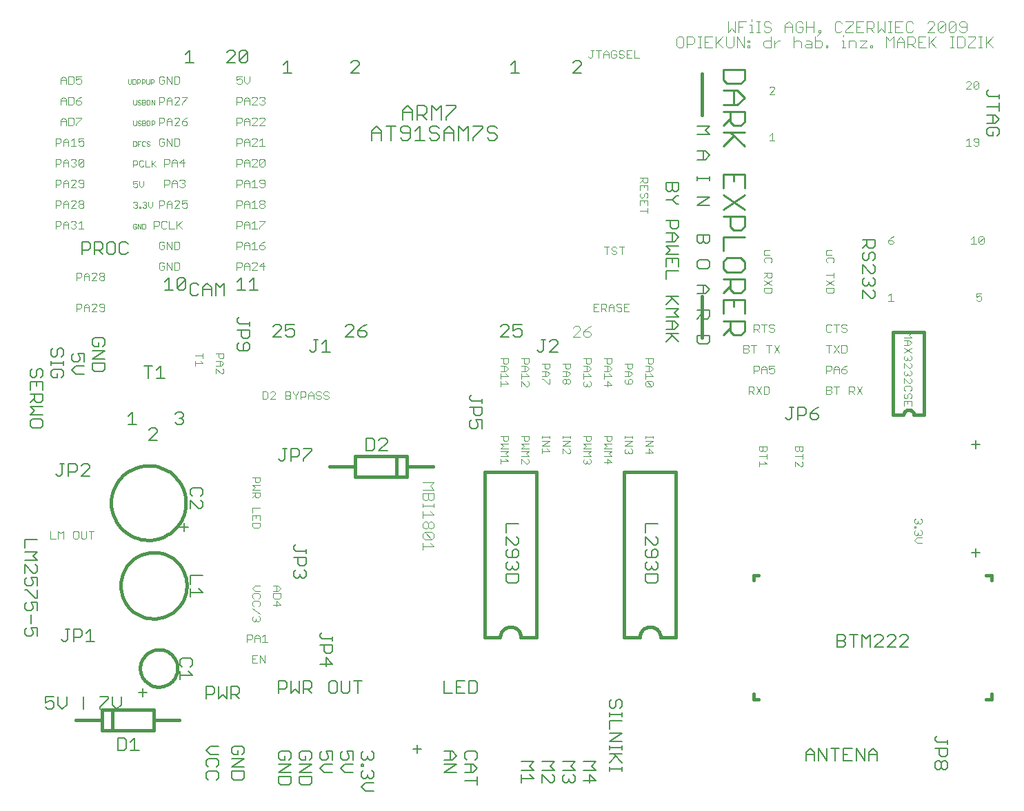
<source format=gtl>
G75*
G70*
%OFA0B0*%
%FSLAX24Y24*%
%IPPOS*%
%LPD*%
%AMOC8*
5,1,8,0,0,1.08239X$1,22.5*
%
%ADD10C,0.0090*%
%ADD11C,0.0050*%
%ADD12C,0.0040*%
%ADD13C,0.0160*%
%ADD14C,0.0030*%
%ADD15C,0.0060*%
%ADD16C,0.0020*%
D10*
X039165Y023935D02*
X039502Y024272D01*
X039502Y024103D02*
X039502Y024609D01*
X039165Y024609D02*
X040176Y024609D01*
X040176Y024103D01*
X040007Y023935D01*
X039670Y023935D01*
X039502Y024103D01*
X039165Y024947D02*
X039165Y025621D01*
X040176Y025621D01*
X040176Y024947D01*
X039670Y025284D02*
X039670Y025621D01*
X039670Y025960D02*
X039502Y026129D01*
X039502Y026634D01*
X039502Y026297D02*
X039165Y025960D01*
X039670Y025960D02*
X040007Y025960D01*
X040176Y026129D01*
X040176Y026634D01*
X039165Y026634D01*
X039333Y026973D02*
X040007Y026973D01*
X040176Y027142D01*
X040176Y027479D01*
X040007Y027647D01*
X039333Y027647D01*
X039165Y027479D01*
X039165Y027142D01*
X039333Y026973D01*
X039165Y027986D02*
X039165Y028660D01*
X040176Y028660D01*
X040007Y028999D02*
X039670Y028999D01*
X039502Y029167D01*
X039502Y029673D01*
X039165Y029673D02*
X040176Y029673D01*
X040176Y029167D01*
X040007Y028999D01*
X040176Y030012D02*
X039165Y030686D01*
X039165Y031024D02*
X039165Y031698D01*
X040176Y031698D01*
X040176Y031024D01*
X040176Y030686D02*
X039165Y030012D01*
X039670Y031361D02*
X039670Y031698D01*
X039165Y033050D02*
X039670Y033556D01*
X039502Y033724D02*
X040176Y033050D01*
X040176Y033724D02*
X039165Y033724D01*
X039165Y034063D02*
X039502Y034400D01*
X039502Y034231D02*
X039502Y034737D01*
X039165Y034737D02*
X040176Y034737D01*
X040176Y034231D01*
X040007Y034063D01*
X039670Y034063D01*
X039502Y034231D01*
X039670Y035076D02*
X039670Y035750D01*
X039839Y035750D02*
X039165Y035750D01*
X039333Y036089D02*
X040007Y036089D01*
X040176Y036257D01*
X040176Y036763D01*
X039165Y036763D01*
X039165Y036257D01*
X039333Y036089D01*
X039839Y035750D02*
X040176Y035413D01*
X039839Y035076D01*
X039165Y035076D01*
D11*
X006496Y005833D02*
X006395Y005934D01*
X006496Y005833D02*
X006700Y005833D01*
X006802Y005934D01*
X006802Y006138D01*
X006700Y006240D01*
X006598Y006240D01*
X006395Y006138D01*
X006395Y006443D01*
X006802Y006443D01*
X007002Y006443D02*
X007002Y006036D01*
X007206Y005833D01*
X007409Y006036D01*
X007409Y006443D01*
X008218Y006443D02*
X008218Y005833D01*
X009028Y005833D02*
X009028Y005934D01*
X009435Y006341D01*
X009435Y006443D01*
X009028Y006443D01*
X009636Y006443D02*
X009636Y006036D01*
X009839Y005833D01*
X010043Y006036D01*
X010043Y006443D01*
X010895Y006638D02*
X011302Y006638D01*
X011098Y006841D02*
X011098Y006434D01*
X012895Y007268D02*
X012895Y007675D01*
X012895Y007471D02*
X013505Y007471D01*
X013302Y007675D01*
X013404Y007876D02*
X013505Y007977D01*
X013505Y008181D01*
X013404Y008283D01*
X012996Y008283D01*
X012895Y008181D01*
X012895Y007977D01*
X012996Y007876D01*
X014145Y006943D02*
X014450Y006943D01*
X014552Y006841D01*
X014552Y006638D01*
X014450Y006536D01*
X014145Y006536D01*
X014145Y006333D02*
X014145Y006943D01*
X014752Y006943D02*
X014752Y006333D01*
X014956Y006536D01*
X015159Y006333D01*
X015159Y006943D01*
X015360Y006943D02*
X015665Y006943D01*
X015767Y006841D01*
X015767Y006638D01*
X015665Y006536D01*
X015360Y006536D01*
X015360Y006333D02*
X015360Y006943D01*
X015564Y006536D02*
X015767Y006333D01*
X017645Y006583D02*
X017645Y007193D01*
X017950Y007193D01*
X018052Y007091D01*
X018052Y006888D01*
X017950Y006786D01*
X017645Y006786D01*
X018252Y006583D02*
X018252Y007193D01*
X018659Y007193D02*
X018659Y006583D01*
X018456Y006786D01*
X018252Y006583D01*
X018860Y006583D02*
X018860Y007193D01*
X019165Y007193D01*
X019267Y007091D01*
X019267Y006888D01*
X019165Y006786D01*
X018860Y006786D01*
X019064Y006786D02*
X019267Y006583D01*
X020076Y006684D02*
X020076Y007091D01*
X020177Y007193D01*
X020381Y007193D01*
X020483Y007091D01*
X020483Y006684D01*
X020381Y006583D01*
X020177Y006583D01*
X020076Y006684D01*
X020683Y006684D02*
X020785Y006583D01*
X020989Y006583D01*
X021090Y006684D01*
X021090Y007193D01*
X021291Y007193D02*
X021698Y007193D01*
X021495Y007193D02*
X021495Y006583D01*
X020683Y006684D02*
X020683Y007193D01*
X020255Y008012D02*
X019645Y008012D01*
X019950Y007910D02*
X019950Y008317D01*
X020255Y008012D01*
X020154Y008518D02*
X019950Y008518D01*
X019848Y008620D01*
X019848Y008925D01*
X019645Y008925D02*
X020255Y008925D01*
X020255Y008620D01*
X020154Y008518D01*
X020255Y009126D02*
X020255Y009329D01*
X020255Y009227D02*
X019746Y009227D01*
X019645Y009329D01*
X019645Y009431D01*
X019746Y009533D01*
X018904Y012160D02*
X018802Y012160D01*
X018700Y012262D01*
X018598Y012160D01*
X018496Y012160D01*
X018395Y012262D01*
X018395Y012465D01*
X018496Y012567D01*
X018700Y012768D02*
X018598Y012870D01*
X018598Y013175D01*
X018395Y013175D02*
X019005Y013175D01*
X019005Y012870D01*
X018904Y012768D01*
X018700Y012768D01*
X018904Y012567D02*
X019005Y012465D01*
X019005Y012262D01*
X018904Y012160D01*
X018700Y012262D02*
X018700Y012364D01*
X019005Y013376D02*
X019005Y013579D01*
X019005Y013477D02*
X018496Y013477D01*
X018395Y013579D01*
X018395Y013681D01*
X018496Y013783D01*
X014005Y012283D02*
X013395Y012283D01*
X013395Y011876D01*
X013395Y011675D02*
X013395Y011268D01*
X013395Y011471D02*
X014005Y011471D01*
X013802Y011675D01*
X013098Y014434D02*
X013098Y014841D01*
X012895Y014638D02*
X013302Y014638D01*
X013395Y015518D02*
X013395Y015925D01*
X013802Y015518D01*
X013904Y015518D01*
X014005Y015620D01*
X014005Y015823D01*
X013904Y015925D01*
X013904Y016126D02*
X014005Y016227D01*
X014005Y016431D01*
X013904Y016533D01*
X013496Y016533D01*
X013395Y016431D01*
X013395Y016227D01*
X013496Y016126D01*
X011802Y018833D02*
X011395Y018833D01*
X011802Y019240D01*
X011802Y019341D01*
X011700Y019443D01*
X011496Y019443D01*
X011395Y019341D01*
X010802Y019583D02*
X010395Y019583D01*
X010598Y019583D02*
X010598Y020193D01*
X010395Y019990D01*
X012645Y020091D02*
X012746Y020193D01*
X012950Y020193D01*
X013052Y020091D01*
X013052Y019990D01*
X012950Y019888D01*
X013052Y019786D01*
X013052Y019684D01*
X012950Y019583D01*
X012746Y019583D01*
X012645Y019684D01*
X012848Y019888D02*
X012950Y019888D01*
X012159Y021833D02*
X011752Y021833D01*
X011956Y021833D02*
X011956Y022443D01*
X011752Y022240D01*
X011552Y022443D02*
X011145Y022443D01*
X011348Y022443D02*
X011348Y021833D01*
X009255Y022262D02*
X009255Y022567D01*
X008645Y022567D01*
X008645Y022262D01*
X008746Y022160D01*
X009154Y022160D01*
X009255Y022262D01*
X009255Y022768D02*
X008645Y022768D01*
X009255Y023175D01*
X008645Y023175D01*
X008746Y023376D02*
X008645Y023477D01*
X008645Y023681D01*
X008746Y023783D01*
X009154Y023783D01*
X009255Y023681D01*
X009255Y023477D01*
X009154Y023376D01*
X008950Y023376D02*
X008950Y023579D01*
X008950Y023376D02*
X008746Y023376D01*
X008255Y023033D02*
X008255Y022626D01*
X008255Y022425D02*
X007848Y022425D01*
X007645Y022221D01*
X007848Y022018D01*
X008255Y022018D01*
X007950Y022626D02*
X007746Y022626D01*
X007645Y022727D01*
X007645Y022931D01*
X007746Y023033D01*
X007950Y023033D02*
X008052Y022829D01*
X008052Y022727D01*
X007950Y022626D01*
X007950Y023033D02*
X008255Y023033D01*
X007255Y022977D02*
X007255Y023181D01*
X007154Y023283D01*
X007052Y023283D01*
X006950Y023181D01*
X006950Y022977D01*
X006848Y022876D01*
X006746Y022876D01*
X006645Y022977D01*
X006645Y023181D01*
X006746Y023283D01*
X007154Y022876D02*
X007255Y022977D01*
X007255Y022675D02*
X007255Y022471D01*
X007255Y022573D02*
X006645Y022573D01*
X006645Y022675D02*
X006645Y022471D01*
X006746Y022270D02*
X006645Y022168D01*
X006645Y021964D01*
X006746Y021863D01*
X006950Y021863D01*
X006950Y022066D01*
X007154Y021863D02*
X007255Y021964D01*
X007255Y022168D01*
X007154Y022270D01*
X006746Y022270D01*
X006255Y022181D02*
X006154Y022283D01*
X006052Y022283D01*
X005950Y022181D01*
X005950Y021977D01*
X005848Y021876D01*
X005746Y021876D01*
X005645Y021977D01*
X005645Y022181D01*
X005746Y022283D01*
X006255Y022181D02*
X006255Y021977D01*
X006154Y021876D01*
X006255Y021675D02*
X005645Y021675D01*
X005645Y021268D01*
X005645Y021067D02*
X006255Y021067D01*
X006255Y020762D01*
X006154Y020660D01*
X005950Y020660D01*
X005848Y020762D01*
X005848Y021067D01*
X005848Y020864D02*
X005645Y020660D01*
X005645Y020459D02*
X005848Y020256D01*
X005645Y020052D01*
X006255Y020052D01*
X006154Y019852D02*
X005746Y019852D01*
X005645Y019750D01*
X005645Y019546D01*
X005746Y019445D01*
X006154Y019445D01*
X006255Y019546D01*
X006255Y019750D01*
X006154Y019852D01*
X006255Y020459D02*
X005645Y020459D01*
X006255Y021268D02*
X006255Y021675D01*
X005950Y021675D02*
X005950Y021471D01*
X007098Y017693D02*
X007302Y017693D01*
X007200Y017693D02*
X007200Y017184D01*
X007098Y017083D01*
X006996Y017083D01*
X006895Y017184D01*
X007502Y017083D02*
X007502Y017693D01*
X007808Y017693D01*
X007909Y017591D01*
X007909Y017388D01*
X007808Y017286D01*
X007502Y017286D01*
X008110Y017083D02*
X008517Y017490D01*
X008517Y017591D01*
X008415Y017693D01*
X008212Y017693D01*
X008110Y017591D01*
X008110Y017083D02*
X008517Y017083D01*
X006005Y014033D02*
X005395Y014033D01*
X005395Y013626D01*
X005395Y013425D02*
X006005Y013425D01*
X005802Y013221D01*
X006005Y013018D01*
X005395Y013018D01*
X005395Y012817D02*
X005802Y012410D01*
X005904Y012410D01*
X006005Y012512D01*
X006005Y012715D01*
X005904Y012817D01*
X005395Y012817D02*
X005395Y012410D01*
X005496Y012209D02*
X005395Y012108D01*
X005395Y011904D01*
X005496Y011802D01*
X005700Y011802D01*
X005802Y011904D01*
X005802Y012006D01*
X005700Y012209D01*
X006005Y012209D01*
X006005Y011802D01*
X006005Y011602D02*
X006005Y011195D01*
X005904Y011195D01*
X005496Y011602D01*
X005395Y011602D01*
X005496Y010994D02*
X005395Y010892D01*
X005395Y010689D01*
X005496Y010587D01*
X005700Y010587D01*
X005802Y010689D01*
X005802Y010790D01*
X005700Y010994D01*
X006005Y010994D01*
X006005Y010587D01*
X005700Y010386D02*
X005700Y009979D01*
X005700Y009779D02*
X005802Y009575D01*
X005802Y009473D01*
X005700Y009372D01*
X005496Y009372D01*
X005395Y009473D01*
X005395Y009677D01*
X005496Y009779D01*
X005700Y009779D02*
X006005Y009779D01*
X006005Y009372D01*
X007145Y009184D02*
X007246Y009083D01*
X007348Y009083D01*
X007450Y009184D01*
X007450Y009693D01*
X007348Y009693D02*
X007552Y009693D01*
X007752Y009693D02*
X007752Y009083D01*
X007752Y009286D02*
X008058Y009286D01*
X008159Y009388D01*
X008159Y009591D01*
X008058Y009693D01*
X007752Y009693D01*
X008360Y009490D02*
X008564Y009693D01*
X008564Y009083D01*
X008767Y009083D02*
X008360Y009083D01*
X009895Y004443D02*
X010200Y004443D01*
X010302Y004341D01*
X010302Y003934D01*
X010200Y003833D01*
X009895Y003833D01*
X009895Y004443D01*
X010502Y004240D02*
X010706Y004443D01*
X010706Y003833D01*
X010909Y003833D02*
X010502Y003833D01*
X014145Y003829D02*
X014348Y003626D01*
X014755Y003626D01*
X014654Y003425D02*
X014755Y003323D01*
X014755Y003120D01*
X014654Y003018D01*
X014654Y002817D02*
X014246Y002817D01*
X014145Y002715D01*
X014145Y002512D01*
X014246Y002410D01*
X014654Y002410D02*
X014755Y002512D01*
X014755Y002715D01*
X014654Y002817D01*
X014246Y003018D02*
X014145Y003120D01*
X014145Y003323D01*
X014246Y003425D01*
X014654Y003425D01*
X014755Y004033D02*
X014348Y004033D01*
X014145Y003829D01*
X015395Y003727D02*
X015496Y003626D01*
X015700Y003626D01*
X015700Y003829D01*
X015904Y003626D02*
X016005Y003727D01*
X016005Y003931D01*
X015904Y004033D01*
X015496Y004033D01*
X015395Y003931D01*
X015395Y003727D01*
X015395Y003425D02*
X016005Y003425D01*
X015395Y003018D01*
X016005Y003018D01*
X016005Y002817D02*
X015395Y002817D01*
X015395Y002512D01*
X015496Y002410D01*
X015904Y002410D01*
X016005Y002512D01*
X016005Y002817D01*
X017645Y002768D02*
X018255Y002768D01*
X018255Y002567D02*
X018255Y002262D01*
X018154Y002160D01*
X017746Y002160D01*
X017645Y002262D01*
X017645Y002567D01*
X018255Y002567D01*
X018645Y002567D02*
X018645Y002262D01*
X018746Y002160D01*
X019154Y002160D01*
X019255Y002262D01*
X019255Y002567D01*
X018645Y002567D01*
X018645Y002768D02*
X019255Y002768D01*
X019255Y003175D02*
X018645Y003175D01*
X018746Y003376D02*
X018950Y003376D01*
X018950Y003579D01*
X018746Y003376D02*
X018645Y003477D01*
X018645Y003681D01*
X018746Y003783D01*
X019154Y003783D01*
X019255Y003681D01*
X019255Y003477D01*
X019154Y003376D01*
X019255Y003175D02*
X018645Y002768D01*
X018255Y003175D02*
X017645Y002768D01*
X017645Y003175D02*
X018255Y003175D01*
X018154Y003376D02*
X018255Y003477D01*
X018255Y003681D01*
X018154Y003783D01*
X017746Y003783D01*
X017645Y003681D01*
X017645Y003477D01*
X017746Y003376D01*
X017950Y003376D01*
X017950Y003579D01*
X019645Y003477D02*
X019645Y003681D01*
X019746Y003783D01*
X019950Y003783D02*
X020052Y003579D01*
X020052Y003477D01*
X019950Y003376D01*
X019746Y003376D01*
X019645Y003477D01*
X019848Y003175D02*
X019645Y002971D01*
X019848Y002768D01*
X020255Y002768D01*
X020255Y003175D02*
X019848Y003175D01*
X020255Y003376D02*
X020255Y003783D01*
X019950Y003783D01*
X020645Y003681D02*
X020645Y003477D01*
X020746Y003376D01*
X020950Y003376D01*
X021052Y003477D01*
X021052Y003579D01*
X020950Y003783D01*
X021255Y003783D01*
X021255Y003376D01*
X021255Y003175D02*
X020848Y003175D01*
X020645Y002971D01*
X020848Y002768D01*
X021255Y002768D01*
X021645Y002769D02*
X021746Y002871D01*
X021645Y002769D02*
X021645Y002566D01*
X021746Y002464D01*
X021848Y002464D01*
X021950Y002566D01*
X021950Y002667D01*
X021950Y002566D02*
X022052Y002464D01*
X022154Y002464D01*
X022255Y002566D01*
X022255Y002769D01*
X022154Y002871D01*
X021746Y003073D02*
X021645Y003073D01*
X021645Y003175D01*
X021746Y003175D01*
X021746Y003073D01*
X021746Y003376D02*
X021645Y003477D01*
X021645Y003681D01*
X021746Y003783D01*
X021950Y003579D02*
X021950Y003477D01*
X021848Y003376D01*
X021746Y003376D01*
X021950Y003477D02*
X022052Y003376D01*
X022154Y003376D01*
X022255Y003477D01*
X022255Y003681D01*
X022154Y003783D01*
X020746Y003783D02*
X020645Y003681D01*
X021848Y002263D02*
X021645Y002060D01*
X021848Y001856D01*
X022255Y001856D01*
X022255Y002263D02*
X021848Y002263D01*
X024145Y003888D02*
X024552Y003888D01*
X024348Y004091D02*
X024348Y003684D01*
X025645Y003783D02*
X026052Y003783D01*
X026255Y003579D01*
X026052Y003376D01*
X025645Y003376D01*
X025645Y003175D02*
X026255Y003175D01*
X025645Y002768D01*
X026255Y002768D01*
X026645Y002768D02*
X027052Y002768D01*
X027255Y002971D01*
X027052Y003175D01*
X026645Y003175D01*
X026746Y003376D02*
X026645Y003477D01*
X026645Y003681D01*
X026746Y003783D01*
X027154Y003783D01*
X027255Y003681D01*
X027255Y003477D01*
X027154Y003376D01*
X026950Y003175D02*
X026950Y002768D01*
X027255Y002567D02*
X027255Y002160D01*
X027255Y002364D02*
X026645Y002364D01*
X025950Y003376D02*
X025950Y003783D01*
X026052Y006583D02*
X025645Y006583D01*
X025645Y007193D01*
X026252Y007193D02*
X026252Y006583D01*
X026659Y006583D01*
X026860Y006583D02*
X027165Y006583D01*
X027267Y006684D01*
X027267Y007091D01*
X027165Y007193D01*
X026860Y007193D01*
X026860Y006583D01*
X026456Y006888D02*
X026252Y006888D01*
X026252Y007193D02*
X026659Y007193D01*
X029395Y003283D02*
X030005Y003283D01*
X029802Y003079D01*
X030005Y002876D01*
X029395Y002876D01*
X029395Y002675D02*
X029395Y002268D01*
X029395Y002471D02*
X030005Y002471D01*
X029802Y002675D01*
X030395Y002675D02*
X030395Y002268D01*
X030395Y002675D02*
X030802Y002268D01*
X030904Y002268D01*
X031005Y002370D01*
X031005Y002573D01*
X030904Y002675D01*
X031005Y002876D02*
X030395Y002876D01*
X030395Y003283D02*
X031005Y003283D01*
X030802Y003079D01*
X031005Y002876D01*
X031395Y002876D02*
X032005Y002876D01*
X031802Y003079D01*
X032005Y003283D01*
X031395Y003283D01*
X031496Y002675D02*
X031395Y002573D01*
X031395Y002370D01*
X031496Y002268D01*
X031598Y002268D01*
X031700Y002370D01*
X031700Y002471D01*
X031700Y002370D02*
X031802Y002268D01*
X031904Y002268D01*
X032005Y002370D01*
X032005Y002573D01*
X031904Y002675D01*
X032395Y002876D02*
X033005Y002876D01*
X032802Y003079D01*
X033005Y003283D01*
X032395Y003283D01*
X032700Y002675D02*
X032700Y002268D01*
X032395Y002370D02*
X033005Y002370D01*
X032700Y002675D01*
X033645Y002838D02*
X033645Y003041D01*
X033645Y002940D02*
X034255Y002940D01*
X034255Y003041D02*
X034255Y002838D01*
X034255Y003242D02*
X033848Y003649D01*
X033950Y003547D02*
X033645Y003242D01*
X033645Y003649D02*
X034255Y003649D01*
X034255Y003851D02*
X034255Y004054D01*
X034255Y003953D02*
X033645Y003953D01*
X033645Y004054D02*
X033645Y003851D01*
X033645Y004255D02*
X034255Y004255D01*
X034255Y004662D02*
X033645Y004662D01*
X033645Y004863D02*
X033645Y005270D01*
X034255Y005270D01*
X034255Y005471D02*
X034255Y005675D01*
X034255Y005573D02*
X033645Y005573D01*
X033645Y005675D02*
X033645Y005471D01*
X033746Y005876D02*
X033645Y005977D01*
X033645Y006181D01*
X033746Y006283D01*
X033950Y006181D02*
X033950Y005977D01*
X033848Y005876D01*
X033746Y005876D01*
X033950Y006181D02*
X034052Y006283D01*
X034154Y006283D01*
X034255Y006181D01*
X034255Y005977D01*
X034154Y005876D01*
X034255Y004662D02*
X033645Y004255D01*
X043145Y003740D02*
X043145Y003333D01*
X043145Y003638D02*
X043552Y003638D01*
X043552Y003740D02*
X043552Y003333D01*
X043752Y003333D02*
X043752Y003943D01*
X044159Y003333D01*
X044159Y003943D01*
X044360Y003943D02*
X044767Y003943D01*
X044968Y003943D02*
X044968Y003333D01*
X045375Y003333D01*
X045576Y003333D02*
X045576Y003943D01*
X045983Y003333D01*
X045983Y003943D01*
X046183Y003740D02*
X046387Y003943D01*
X046590Y003740D01*
X046590Y003333D01*
X046590Y003638D02*
X046183Y003638D01*
X046183Y003740D02*
X046183Y003333D01*
X045375Y003943D02*
X044968Y003943D01*
X044968Y003638D02*
X045171Y003638D01*
X044564Y003333D02*
X044564Y003943D01*
X043552Y003740D02*
X043348Y003943D01*
X043145Y003740D01*
X049395Y003925D02*
X050005Y003925D01*
X050005Y003620D01*
X049904Y003518D01*
X049700Y003518D01*
X049598Y003620D01*
X049598Y003925D01*
X049496Y004227D02*
X050005Y004227D01*
X050005Y004126D02*
X050005Y004329D01*
X049496Y004227D02*
X049395Y004329D01*
X049395Y004431D01*
X049496Y004533D01*
X049496Y003317D02*
X049598Y003317D01*
X049700Y003215D01*
X049700Y003012D01*
X049598Y002910D01*
X049496Y002910D01*
X049395Y003012D01*
X049395Y003215D01*
X049496Y003317D01*
X049700Y003215D02*
X049802Y003317D01*
X049904Y003317D01*
X050005Y003215D01*
X050005Y003012D01*
X049904Y002910D01*
X049802Y002910D01*
X049700Y003012D01*
X048090Y008833D02*
X047683Y008833D01*
X048090Y009240D01*
X048090Y009341D01*
X047989Y009443D01*
X047785Y009443D01*
X047683Y009341D01*
X047483Y009341D02*
X047381Y009443D01*
X047177Y009443D01*
X047076Y009341D01*
X046875Y009341D02*
X046773Y009443D01*
X046570Y009443D01*
X046468Y009341D01*
X046267Y009443D02*
X046267Y008833D01*
X046468Y008833D02*
X046875Y009240D01*
X046875Y009341D01*
X047076Y008833D02*
X047483Y009240D01*
X047483Y009341D01*
X047483Y008833D02*
X047076Y008833D01*
X046875Y008833D02*
X046468Y008833D01*
X046064Y009240D02*
X046267Y009443D01*
X046064Y009240D02*
X045860Y009443D01*
X045860Y008833D01*
X045456Y008833D02*
X045456Y009443D01*
X045659Y009443D02*
X045252Y009443D01*
X045052Y009341D02*
X045052Y009240D01*
X044950Y009138D01*
X044645Y009138D01*
X044950Y009138D02*
X045052Y009036D01*
X045052Y008934D01*
X044950Y008833D01*
X044645Y008833D01*
X044645Y009443D01*
X044950Y009443D01*
X045052Y009341D01*
X051145Y013388D02*
X051552Y013388D01*
X051348Y013591D02*
X051348Y013184D01*
X051348Y018434D02*
X051348Y018841D01*
X051145Y018638D02*
X051552Y018638D01*
X043767Y019934D02*
X043767Y020036D01*
X043665Y020138D01*
X043360Y020138D01*
X043360Y019934D01*
X043462Y019833D01*
X043665Y019833D01*
X043767Y019934D01*
X043564Y020341D02*
X043360Y020138D01*
X043159Y020138D02*
X043058Y020036D01*
X042752Y020036D01*
X042752Y019833D02*
X042752Y020443D01*
X043058Y020443D01*
X043159Y020341D01*
X043159Y020138D01*
X043564Y020341D02*
X043767Y020443D01*
X042552Y020443D02*
X042348Y020443D01*
X042450Y020443D02*
X042450Y019934D01*
X042348Y019833D01*
X042246Y019833D01*
X042145Y019934D01*
X038505Y023599D02*
X038505Y023904D01*
X037895Y023904D01*
X037895Y023599D01*
X037996Y023497D01*
X038404Y023497D01*
X038505Y023599D01*
X037005Y023583D02*
X036598Y023990D01*
X036700Y023888D02*
X036395Y023583D01*
X036395Y023990D02*
X037005Y023990D01*
X036802Y024191D02*
X037005Y024394D01*
X036802Y024598D01*
X036395Y024598D01*
X036395Y024798D02*
X037005Y024798D01*
X036802Y025002D01*
X037005Y025205D01*
X036395Y025205D01*
X036395Y025406D02*
X036700Y025711D01*
X036598Y025813D02*
X037005Y025406D01*
X037005Y025813D02*
X036395Y025813D01*
X036395Y026622D02*
X036395Y027029D01*
X037005Y027029D01*
X037005Y027229D02*
X037005Y027636D01*
X036395Y027636D01*
X036395Y027229D01*
X036700Y027433D02*
X036700Y027636D01*
X036395Y027837D02*
X036598Y028040D01*
X036395Y028244D01*
X037005Y028244D01*
X036802Y028445D02*
X036395Y028445D01*
X036700Y028445D02*
X036700Y028852D01*
X036802Y028852D02*
X037005Y028648D01*
X036802Y028445D01*
X036802Y028852D02*
X036395Y028852D01*
X036598Y029154D02*
X036598Y029459D01*
X036395Y029459D02*
X037005Y029459D01*
X037005Y029154D01*
X036904Y029052D01*
X036700Y029052D01*
X036598Y029154D01*
X036904Y030268D02*
X037005Y030268D01*
X036904Y030268D02*
X036700Y030471D01*
X036395Y030471D01*
X036700Y030471D02*
X036904Y030675D01*
X037005Y030675D01*
X036904Y030876D02*
X036802Y030876D01*
X036700Y030977D01*
X036700Y031283D01*
X036395Y031283D02*
X036395Y030977D01*
X036496Y030876D01*
X036598Y030876D01*
X036700Y030977D01*
X036904Y030876D02*
X037005Y030977D01*
X037005Y031283D01*
X036395Y031283D01*
X037895Y031398D02*
X037895Y031602D01*
X037895Y031500D02*
X038505Y031500D01*
X038505Y031602D02*
X038505Y031398D01*
X038505Y030589D02*
X037895Y030589D01*
X037895Y030182D02*
X038505Y030182D01*
X038505Y030589D02*
X037895Y030182D01*
X037895Y028766D02*
X037895Y028460D01*
X037996Y028359D01*
X038098Y028359D01*
X038200Y028460D01*
X038200Y028766D01*
X037895Y028766D02*
X038505Y028766D01*
X038505Y028460D01*
X038404Y028359D01*
X038302Y028359D01*
X038200Y028460D01*
X037996Y027550D02*
X037895Y027449D01*
X037895Y027245D01*
X037996Y027143D01*
X038404Y027143D01*
X038505Y027245D01*
X038505Y027449D01*
X038404Y027550D01*
X037996Y027550D01*
X037005Y027837D02*
X036395Y027837D01*
X037895Y026335D02*
X038302Y026335D01*
X038505Y026131D01*
X038302Y025928D01*
X037895Y025928D01*
X038200Y025928D02*
X038200Y026335D01*
X038098Y025119D02*
X038098Y024814D01*
X038200Y024712D01*
X038404Y024712D01*
X038505Y024814D01*
X038505Y025119D01*
X037895Y025119D01*
X038098Y024916D02*
X037895Y024712D01*
X036700Y024598D02*
X036700Y024191D01*
X036802Y024191D02*
X036395Y024191D01*
X031159Y023591D02*
X031058Y023693D01*
X030854Y023693D01*
X030752Y023591D01*
X030552Y023693D02*
X030348Y023693D01*
X030450Y023693D02*
X030450Y023184D01*
X030348Y023083D01*
X030246Y023083D01*
X030145Y023184D01*
X030752Y023083D02*
X031159Y023490D01*
X031159Y023591D01*
X031159Y023083D02*
X030752Y023083D01*
X029409Y023934D02*
X029308Y023833D01*
X029104Y023833D01*
X029002Y023934D01*
X029002Y024138D02*
X029206Y024240D01*
X029308Y024240D01*
X029409Y024138D01*
X029409Y023934D01*
X029002Y024138D02*
X029002Y024443D01*
X029409Y024443D01*
X028802Y024341D02*
X028700Y024443D01*
X028496Y024443D01*
X028395Y024341D01*
X028802Y024341D02*
X028802Y024240D01*
X028395Y023833D01*
X028802Y023833D01*
X026996Y021033D02*
X026895Y020931D01*
X026895Y020829D01*
X026996Y020727D01*
X027505Y020727D01*
X027505Y020626D02*
X027505Y020829D01*
X027505Y020425D02*
X026895Y020425D01*
X027098Y020425D02*
X027098Y020120D01*
X027200Y020018D01*
X027404Y020018D01*
X027505Y020120D01*
X027505Y020425D01*
X027505Y019817D02*
X027200Y019817D01*
X027302Y019614D01*
X027302Y019512D01*
X027200Y019410D01*
X026996Y019410D01*
X026895Y019512D01*
X026895Y019715D01*
X026996Y019817D01*
X027505Y019817D02*
X027505Y019410D01*
X022909Y018841D02*
X022808Y018943D01*
X022604Y018943D01*
X022502Y018841D01*
X022302Y018841D02*
X022200Y018943D01*
X021895Y018943D01*
X021895Y018333D01*
X022200Y018333D01*
X022302Y018434D01*
X022302Y018841D01*
X022502Y018333D02*
X022909Y018740D01*
X022909Y018841D01*
X022909Y018333D02*
X022502Y018333D01*
X019267Y018341D02*
X018860Y017934D01*
X018860Y017833D01*
X018558Y018036D02*
X018252Y018036D01*
X018252Y017833D02*
X018252Y018443D01*
X018558Y018443D01*
X018659Y018341D01*
X018659Y018138D01*
X018558Y018036D01*
X018860Y018443D02*
X019267Y018443D01*
X019267Y018341D01*
X018052Y018443D02*
X017848Y018443D01*
X017950Y018443D02*
X017950Y017934D01*
X017848Y017833D01*
X017746Y017833D01*
X017645Y017934D01*
X019246Y023083D02*
X019348Y023083D01*
X019450Y023184D01*
X019450Y023693D01*
X019348Y023693D02*
X019552Y023693D01*
X019752Y023490D02*
X019956Y023693D01*
X019956Y023083D01*
X020159Y023083D02*
X019752Y023083D01*
X019246Y023083D02*
X019145Y023184D01*
X018409Y023934D02*
X018308Y023833D01*
X018104Y023833D01*
X018002Y023934D01*
X018002Y024138D02*
X018206Y024240D01*
X018308Y024240D01*
X018409Y024138D01*
X018409Y023934D01*
X018002Y024138D02*
X018002Y024443D01*
X018409Y024443D01*
X017802Y024341D02*
X017700Y024443D01*
X017496Y024443D01*
X017395Y024341D01*
X017802Y024341D02*
X017802Y024240D01*
X017395Y023833D01*
X017802Y023833D01*
X016255Y023870D02*
X016154Y023768D01*
X015950Y023768D01*
X015848Y023870D01*
X015848Y024175D01*
X015645Y024175D02*
X016255Y024175D01*
X016255Y023870D01*
X016154Y023567D02*
X016052Y023567D01*
X015950Y023465D01*
X015950Y023160D01*
X016154Y023160D02*
X016255Y023262D01*
X016255Y023465D01*
X016154Y023567D01*
X016154Y023160D02*
X015746Y023160D01*
X015645Y023262D01*
X015645Y023465D01*
X015746Y023567D01*
X015746Y024477D02*
X016255Y024477D01*
X016255Y024376D02*
X016255Y024579D01*
X015746Y024477D02*
X015645Y024579D01*
X015645Y024681D01*
X015746Y024783D01*
X015017Y025833D02*
X015017Y026443D01*
X014814Y026240D01*
X014610Y026443D01*
X014610Y025833D01*
X014409Y025833D02*
X014409Y026240D01*
X014206Y026443D01*
X014002Y026240D01*
X014002Y025833D01*
X013802Y025934D02*
X013700Y025833D01*
X013496Y025833D01*
X013395Y025934D01*
X013395Y026341D01*
X013496Y026443D01*
X013700Y026443D01*
X013802Y026341D01*
X014002Y026138D02*
X014409Y026138D01*
X015645Y026083D02*
X016052Y026083D01*
X016252Y026083D02*
X016659Y026083D01*
X016456Y026083D02*
X016456Y026693D01*
X016252Y026490D01*
X015848Y026693D02*
X015848Y026083D01*
X015645Y026490D02*
X015848Y026693D01*
X013159Y026591D02*
X013159Y026184D01*
X013058Y026083D01*
X012854Y026083D01*
X012752Y026184D01*
X013159Y026591D01*
X013058Y026693D01*
X012854Y026693D01*
X012752Y026591D01*
X012752Y026184D01*
X012552Y026083D02*
X012145Y026083D01*
X012348Y026083D02*
X012348Y026693D01*
X012145Y026490D01*
X010375Y027934D02*
X010273Y027833D01*
X010070Y027833D01*
X009968Y027934D01*
X009968Y028341D01*
X010070Y028443D01*
X010273Y028443D01*
X010375Y028341D01*
X009767Y028341D02*
X009767Y027934D01*
X009665Y027833D01*
X009462Y027833D01*
X009360Y027934D01*
X009360Y028341D01*
X009462Y028443D01*
X009665Y028443D01*
X009767Y028341D01*
X009159Y028341D02*
X009159Y028138D01*
X009058Y028036D01*
X008752Y028036D01*
X008752Y027833D02*
X008752Y028443D01*
X009058Y028443D01*
X009159Y028341D01*
X008956Y028036D02*
X009159Y027833D01*
X008552Y028138D02*
X008450Y028036D01*
X008145Y028036D01*
X008145Y027833D02*
X008145Y028443D01*
X008450Y028443D01*
X008552Y028341D01*
X008552Y028138D01*
X017895Y036583D02*
X018302Y036583D01*
X018098Y036583D02*
X018098Y037193D01*
X017895Y036990D01*
X016159Y037184D02*
X016058Y037083D01*
X015854Y037083D01*
X015752Y037184D01*
X016159Y037591D01*
X016159Y037184D01*
X015752Y037184D02*
X015752Y037591D01*
X015854Y037693D01*
X016058Y037693D01*
X016159Y037591D01*
X015552Y037591D02*
X015552Y037490D01*
X015145Y037083D01*
X015552Y037083D01*
X015552Y037591D02*
X015450Y037693D01*
X015246Y037693D01*
X015145Y037591D01*
X013552Y037083D02*
X013145Y037083D01*
X013348Y037083D02*
X013348Y037693D01*
X013145Y037490D01*
X021145Y037091D02*
X021246Y037193D01*
X021450Y037193D01*
X021552Y037091D01*
X021552Y036990D01*
X021145Y036583D01*
X021552Y036583D01*
X028895Y036583D02*
X029302Y036583D01*
X029098Y036583D02*
X029098Y037193D01*
X028895Y036990D01*
X031895Y037091D02*
X031996Y037193D01*
X032200Y037193D01*
X032302Y037091D01*
X032302Y036990D01*
X031895Y036583D01*
X032302Y036583D01*
X037895Y034033D02*
X038505Y034033D01*
X038302Y033829D01*
X038505Y033626D01*
X037895Y033626D01*
X037895Y032817D02*
X038302Y032817D01*
X038505Y032614D01*
X038302Y032410D01*
X037895Y032410D01*
X038200Y032410D02*
X038200Y032817D01*
X045895Y028533D02*
X046505Y028533D01*
X046505Y028227D01*
X046404Y028126D01*
X046200Y028126D01*
X046098Y028227D01*
X046098Y028533D01*
X046098Y028329D02*
X045895Y028126D01*
X045996Y027925D02*
X045895Y027823D01*
X045895Y027620D01*
X045996Y027518D01*
X046098Y027518D01*
X046200Y027620D01*
X046200Y027823D01*
X046302Y027925D01*
X046404Y027925D01*
X046505Y027823D01*
X046505Y027620D01*
X046404Y027518D01*
X046404Y027317D02*
X046505Y027215D01*
X046505Y027012D01*
X046404Y026910D01*
X046302Y026910D01*
X045895Y027317D01*
X045895Y026910D01*
X045996Y026709D02*
X045895Y026608D01*
X045895Y026404D01*
X045996Y026302D01*
X046098Y026302D01*
X046200Y026404D01*
X046200Y026506D01*
X046200Y026404D02*
X046302Y026302D01*
X046404Y026302D01*
X046505Y026404D01*
X046505Y026608D01*
X046404Y026709D01*
X046404Y026102D02*
X046505Y026000D01*
X046505Y025796D01*
X046404Y025695D01*
X046302Y025695D01*
X045895Y026102D01*
X045895Y025695D01*
X051996Y033552D02*
X052200Y033552D01*
X052200Y033756D01*
X051996Y033959D02*
X051895Y033858D01*
X051895Y033654D01*
X051996Y033552D01*
X051996Y033959D02*
X052404Y033959D01*
X052505Y033858D01*
X052505Y033654D01*
X052404Y033552D01*
X052302Y034160D02*
X051895Y034160D01*
X052200Y034160D02*
X052200Y034567D01*
X052302Y034567D02*
X051895Y034567D01*
X051895Y034971D02*
X052505Y034971D01*
X052505Y034768D02*
X052505Y035175D01*
X052505Y035376D02*
X052505Y035579D01*
X052505Y035477D02*
X051996Y035477D01*
X051895Y035579D01*
X051895Y035681D01*
X051996Y035783D01*
X052302Y034567D02*
X052505Y034364D01*
X052302Y034160D01*
X036005Y014783D02*
X035395Y014783D01*
X035395Y014376D01*
X035395Y014175D02*
X035802Y013768D01*
X035904Y013768D01*
X036005Y013870D01*
X036005Y014073D01*
X035904Y014175D01*
X035395Y014175D02*
X035395Y013768D01*
X035496Y013567D02*
X035395Y013465D01*
X035395Y013262D01*
X035496Y013160D01*
X035904Y013160D01*
X036005Y013262D01*
X036005Y013465D01*
X035904Y013567D01*
X035802Y013567D01*
X035700Y013465D01*
X035700Y013160D01*
X035496Y012959D02*
X035395Y012858D01*
X035395Y012654D01*
X035496Y012552D01*
X035598Y012552D01*
X035700Y012654D01*
X035700Y012756D01*
X035700Y012654D02*
X035802Y012552D01*
X035904Y012552D01*
X036005Y012654D01*
X036005Y012858D01*
X035904Y012959D01*
X036005Y012352D02*
X035395Y012352D01*
X035395Y012046D01*
X035496Y011945D01*
X035904Y011945D01*
X036005Y012046D01*
X036005Y012352D01*
X029255Y012352D02*
X029255Y012046D01*
X029154Y011945D01*
X028746Y011945D01*
X028645Y012046D01*
X028645Y012352D01*
X029255Y012352D01*
X029154Y012552D02*
X029052Y012552D01*
X028950Y012654D01*
X028848Y012552D01*
X028746Y012552D01*
X028645Y012654D01*
X028645Y012858D01*
X028746Y012959D01*
X028746Y013160D02*
X029154Y013160D01*
X029255Y013262D01*
X029255Y013465D01*
X029154Y013567D01*
X029052Y013567D01*
X028950Y013465D01*
X028950Y013160D01*
X028746Y013160D02*
X028645Y013262D01*
X028645Y013465D01*
X028746Y013567D01*
X028645Y013768D02*
X028645Y014175D01*
X029052Y013768D01*
X029154Y013768D01*
X029255Y013870D01*
X029255Y014073D01*
X029154Y014175D01*
X028645Y014376D02*
X028645Y014783D01*
X029255Y014783D01*
X029154Y012959D02*
X029255Y012858D01*
X029255Y012654D01*
X029154Y012552D01*
X028950Y012654D02*
X028950Y012756D01*
X021808Y023833D02*
X021604Y023833D01*
X021502Y023934D01*
X021502Y024138D01*
X021808Y024138D01*
X021909Y024036D01*
X021909Y023934D01*
X021808Y023833D01*
X021502Y024138D02*
X021706Y024341D01*
X021909Y024443D01*
X021302Y024341D02*
X021200Y024443D01*
X020996Y024443D01*
X020895Y024341D01*
X021302Y024341D02*
X021302Y024240D01*
X020895Y023833D01*
X021302Y023833D01*
D12*
X024640Y016788D02*
X025160Y016788D01*
X024987Y016614D01*
X025160Y016441D01*
X024640Y016441D01*
X024640Y016272D02*
X024640Y016012D01*
X024726Y015925D01*
X024813Y015925D01*
X024900Y016012D01*
X024900Y016272D01*
X024640Y016272D02*
X025160Y016272D01*
X025160Y016012D01*
X025073Y015925D01*
X024987Y015925D01*
X024900Y016012D01*
X024640Y015756D02*
X024640Y015583D01*
X024640Y015670D02*
X025160Y015670D01*
X025160Y015756D02*
X025160Y015583D01*
X024987Y015413D02*
X025160Y015239D01*
X024640Y015239D01*
X024640Y015066D02*
X024640Y015413D01*
X024726Y014897D02*
X024813Y014897D01*
X024900Y014810D01*
X024900Y014637D01*
X024813Y014550D01*
X024726Y014550D01*
X024640Y014637D01*
X024640Y014810D01*
X024726Y014897D01*
X024900Y014810D02*
X024987Y014897D01*
X025073Y014897D01*
X025160Y014810D01*
X025160Y014637D01*
X025073Y014550D01*
X024987Y014550D01*
X024900Y014637D01*
X024726Y014381D02*
X025073Y014034D01*
X024726Y014034D01*
X024640Y014121D01*
X024640Y014295D01*
X024726Y014381D01*
X025073Y014381D01*
X025160Y014295D01*
X025160Y014121D01*
X025073Y014034D01*
X024987Y013866D02*
X025160Y013692D01*
X024640Y013692D01*
X024640Y013519D02*
X024640Y013866D01*
X031890Y023828D02*
X032237Y024174D01*
X032237Y024261D01*
X032150Y024348D01*
X031976Y024348D01*
X031890Y024261D01*
X032405Y024088D02*
X032666Y024088D01*
X032752Y024001D01*
X032752Y023914D01*
X032666Y023828D01*
X032492Y023828D01*
X032405Y023914D01*
X032405Y024088D01*
X032579Y024261D01*
X032752Y024348D01*
X032237Y023828D02*
X031890Y023828D01*
X036976Y037828D02*
X037150Y037828D01*
X037237Y037914D01*
X037237Y038261D01*
X037150Y038348D01*
X036976Y038348D01*
X036890Y038261D01*
X036890Y037914D01*
X036976Y037828D01*
X037405Y037828D02*
X037405Y038348D01*
X037666Y038348D01*
X037752Y038261D01*
X037752Y038088D01*
X037666Y038001D01*
X037405Y038001D01*
X037921Y037828D02*
X038094Y037828D01*
X038008Y037828D02*
X038008Y038348D01*
X038094Y038348D02*
X037921Y038348D01*
X038265Y038348D02*
X038265Y037828D01*
X038612Y037828D01*
X038780Y037828D02*
X038780Y038348D01*
X038612Y038348D02*
X038265Y038348D01*
X038265Y038088D02*
X038438Y038088D01*
X038780Y038001D02*
X039127Y038348D01*
X039296Y038348D02*
X039296Y037914D01*
X039383Y037828D01*
X039556Y037828D01*
X039643Y037914D01*
X039643Y038348D01*
X039812Y038348D02*
X040159Y037828D01*
X040159Y038348D01*
X040327Y038174D02*
X040327Y038088D01*
X040414Y038088D01*
X040414Y038174D01*
X040327Y038174D01*
X040327Y037914D02*
X040327Y037828D01*
X040414Y037828D01*
X040414Y037914D01*
X040327Y037914D01*
X039812Y037828D02*
X039812Y038348D01*
X039737Y038578D02*
X039563Y038751D01*
X039390Y038578D01*
X039390Y039098D01*
X039737Y039098D02*
X039737Y038578D01*
X039905Y038578D02*
X039905Y039098D01*
X040252Y039098D01*
X040421Y038924D02*
X040508Y038924D01*
X040508Y038578D01*
X040594Y038578D02*
X040421Y038578D01*
X040765Y038578D02*
X040938Y038578D01*
X040851Y038578D02*
X040851Y039098D01*
X040765Y039098D02*
X040938Y039098D01*
X041109Y039011D02*
X041109Y038924D01*
X041195Y038838D01*
X041369Y038838D01*
X041455Y038751D01*
X041455Y038664D01*
X041369Y038578D01*
X041195Y038578D01*
X041109Y038664D01*
X041109Y039011D02*
X041195Y039098D01*
X041369Y039098D01*
X041455Y039011D01*
X042140Y038924D02*
X042140Y038578D01*
X042140Y038838D02*
X042487Y038838D01*
X042487Y038924D02*
X042487Y038578D01*
X042655Y038664D02*
X042742Y038578D01*
X042916Y038578D01*
X043002Y038664D01*
X043002Y038838D01*
X042829Y038838D01*
X043002Y039011D02*
X042916Y039098D01*
X042742Y039098D01*
X042655Y039011D01*
X042655Y038664D01*
X042487Y038924D02*
X042313Y039098D01*
X042140Y038924D01*
X042562Y038348D02*
X042562Y037828D01*
X042562Y038088D02*
X042648Y038174D01*
X042822Y038174D01*
X042909Y038088D01*
X042909Y037828D01*
X043077Y037914D02*
X043164Y038001D01*
X043424Y038001D01*
X043424Y038088D02*
X043424Y037828D01*
X043164Y037828D01*
X043077Y037914D01*
X043164Y038174D02*
X043337Y038174D01*
X043424Y038088D01*
X043593Y038174D02*
X043853Y038174D01*
X043940Y038088D01*
X043940Y037914D01*
X043853Y037828D01*
X043593Y037828D01*
X043593Y038348D01*
X043687Y038404D02*
X043860Y038578D01*
X043773Y038578D01*
X043773Y038664D01*
X043860Y038664D01*
X043860Y038578D01*
X043518Y038578D02*
X043518Y039098D01*
X043518Y038838D02*
X043171Y038838D01*
X043171Y038578D02*
X043171Y039098D01*
X044546Y039011D02*
X044546Y038664D01*
X044633Y038578D01*
X044806Y038578D01*
X044893Y038664D01*
X045062Y038664D02*
X045062Y038578D01*
X045409Y038578D01*
X045577Y038578D02*
X045924Y038578D01*
X046093Y038578D02*
X046093Y039098D01*
X046353Y039098D01*
X046440Y039011D01*
X046440Y038838D01*
X046353Y038751D01*
X046093Y038751D01*
X046266Y038751D02*
X046440Y038578D01*
X046609Y038578D02*
X046782Y038751D01*
X046955Y038578D01*
X046955Y039098D01*
X047124Y039098D02*
X047298Y039098D01*
X047211Y039098D02*
X047211Y038578D01*
X047124Y038578D02*
X047298Y038578D01*
X047468Y038578D02*
X047468Y039098D01*
X047815Y039098D01*
X047984Y039011D02*
X047984Y038664D01*
X048070Y038578D01*
X048244Y038578D01*
X048330Y038664D01*
X048322Y038348D02*
X048409Y038261D01*
X048409Y038088D01*
X048322Y038001D01*
X048062Y038001D01*
X048235Y038001D02*
X048409Y037828D01*
X048577Y037828D02*
X048577Y038348D01*
X048924Y038348D01*
X049093Y038348D02*
X049093Y037828D01*
X048924Y037828D02*
X048577Y037828D01*
X048577Y038088D02*
X048751Y038088D01*
X049093Y038001D02*
X049440Y038348D01*
X049362Y038578D02*
X049015Y038578D01*
X049362Y038924D01*
X049362Y039011D01*
X049275Y039098D01*
X049102Y039098D01*
X049015Y039011D01*
X049530Y039011D02*
X049530Y038664D01*
X049877Y039011D01*
X049877Y038664D01*
X049791Y038578D01*
X049617Y038578D01*
X049530Y038664D01*
X049530Y039011D02*
X049617Y039098D01*
X049791Y039098D01*
X049877Y039011D01*
X050046Y039011D02*
X050046Y038664D01*
X050393Y039011D01*
X050393Y038664D01*
X050306Y038578D01*
X050133Y038578D01*
X050046Y038664D01*
X050124Y038348D02*
X050298Y038348D01*
X050211Y038348D02*
X050211Y037828D01*
X050124Y037828D02*
X050298Y037828D01*
X050468Y037828D02*
X050728Y037828D01*
X050815Y037914D01*
X050815Y038261D01*
X050728Y038348D01*
X050468Y038348D01*
X050468Y037828D01*
X050984Y037828D02*
X051330Y037828D01*
X051499Y037828D02*
X051673Y037828D01*
X051586Y037828D02*
X051586Y038348D01*
X051499Y038348D02*
X051673Y038348D01*
X051843Y038348D02*
X051843Y037828D01*
X051843Y038001D02*
X052190Y038348D01*
X051930Y038088D02*
X052190Y037828D01*
X051330Y038261D02*
X050984Y037914D01*
X050984Y037828D01*
X050984Y038348D02*
X051330Y038348D01*
X051330Y038261D01*
X050909Y038664D02*
X050909Y039011D01*
X050822Y039098D01*
X050648Y039098D01*
X050562Y039011D01*
X050562Y038924D01*
X050648Y038838D01*
X050909Y038838D01*
X050909Y038664D02*
X050822Y038578D01*
X050648Y038578D01*
X050562Y038664D01*
X050393Y039011D02*
X050306Y039098D01*
X050133Y039098D01*
X050046Y039011D01*
X049180Y038088D02*
X049440Y037828D01*
X048322Y038348D02*
X048062Y038348D01*
X048062Y037828D01*
X047893Y037828D02*
X047893Y038174D01*
X047719Y038348D01*
X047546Y038174D01*
X047546Y037828D01*
X047377Y037828D02*
X047377Y038348D01*
X047204Y038174D01*
X047030Y038348D01*
X047030Y037828D01*
X047546Y038088D02*
X047893Y038088D01*
X047815Y038578D02*
X047468Y038578D01*
X047468Y038838D02*
X047641Y038838D01*
X047984Y039011D02*
X048070Y039098D01*
X048244Y039098D01*
X048330Y039011D01*
X046609Y039098D02*
X046609Y038578D01*
X046088Y038174D02*
X045741Y037828D01*
X046088Y037828D01*
X046257Y037828D02*
X046344Y037828D01*
X046344Y037914D01*
X046257Y037914D01*
X046257Y037828D01*
X046088Y038174D02*
X045741Y038174D01*
X045573Y038088D02*
X045573Y037828D01*
X045573Y038088D02*
X045486Y038174D01*
X045226Y038174D01*
X045226Y037828D01*
X045055Y037828D02*
X044882Y037828D01*
X044969Y037828D02*
X044969Y038174D01*
X044882Y038174D01*
X044969Y038348D02*
X044969Y038435D01*
X045062Y038664D02*
X045409Y039011D01*
X045409Y039098D01*
X045062Y039098D01*
X044893Y039011D02*
X044806Y039098D01*
X044633Y039098D01*
X044546Y039011D01*
X045577Y039098D02*
X045577Y038578D01*
X045577Y038838D02*
X045751Y038838D01*
X045924Y039098D02*
X045577Y039098D01*
X044195Y037914D02*
X044195Y037828D01*
X044109Y037828D01*
X044109Y037914D01*
X044195Y037914D01*
X041877Y038174D02*
X041790Y038174D01*
X041616Y038001D01*
X041616Y037828D02*
X041616Y038174D01*
X041448Y038174D02*
X041187Y038174D01*
X041101Y038088D01*
X041101Y037914D01*
X041187Y037828D01*
X041448Y037828D01*
X041448Y038348D01*
X040508Y039098D02*
X040508Y039185D01*
X040079Y038838D02*
X039905Y038838D01*
X039127Y037828D02*
X038867Y038088D01*
D13*
X038120Y036558D02*
X038120Y034558D01*
X038120Y025808D02*
X038120Y023808D01*
X036870Y017308D02*
X034370Y017308D01*
X034370Y009308D01*
X035120Y009308D01*
X035122Y009352D01*
X035128Y009395D01*
X035137Y009437D01*
X035150Y009479D01*
X035167Y009519D01*
X035187Y009558D01*
X035210Y009595D01*
X035237Y009629D01*
X035266Y009662D01*
X035299Y009691D01*
X035333Y009718D01*
X035370Y009741D01*
X035409Y009761D01*
X035449Y009778D01*
X035491Y009791D01*
X035533Y009800D01*
X035576Y009806D01*
X035620Y009808D01*
X035664Y009806D01*
X035707Y009800D01*
X035749Y009791D01*
X035791Y009778D01*
X035831Y009761D01*
X035870Y009741D01*
X035907Y009718D01*
X035941Y009691D01*
X035974Y009662D01*
X036003Y009629D01*
X036030Y009595D01*
X036053Y009558D01*
X036073Y009519D01*
X036090Y009479D01*
X036103Y009437D01*
X036112Y009395D01*
X036118Y009352D01*
X036120Y009308D01*
X036870Y009308D01*
X036870Y017308D01*
X040620Y012308D02*
X040870Y012308D01*
X040620Y012308D02*
X040620Y012058D01*
X040620Y006558D02*
X040620Y006308D01*
X040870Y006308D01*
X051870Y006308D02*
X052120Y006308D01*
X052120Y006558D01*
X052120Y012058D02*
X052120Y012308D01*
X051870Y012308D01*
X048870Y020058D02*
X048370Y020058D01*
X048368Y020088D01*
X048363Y020118D01*
X048354Y020147D01*
X048341Y020174D01*
X048326Y020200D01*
X048307Y020224D01*
X048286Y020245D01*
X048262Y020264D01*
X048236Y020279D01*
X048209Y020292D01*
X048180Y020301D01*
X048150Y020306D01*
X048120Y020308D01*
X048090Y020306D01*
X048060Y020301D01*
X048031Y020292D01*
X048004Y020279D01*
X047978Y020264D01*
X047954Y020245D01*
X047933Y020224D01*
X047914Y020200D01*
X047899Y020174D01*
X047886Y020147D01*
X047877Y020118D01*
X047872Y020088D01*
X047870Y020058D01*
X047370Y020058D01*
X047370Y024058D01*
X048870Y024058D01*
X048870Y020058D01*
X030120Y017308D02*
X030120Y009308D01*
X029370Y009308D01*
X028870Y009808D02*
X028826Y009806D01*
X028783Y009800D01*
X028741Y009791D01*
X028699Y009778D01*
X028659Y009761D01*
X028620Y009741D01*
X028583Y009718D01*
X028549Y009691D01*
X028516Y009662D01*
X028487Y009629D01*
X028460Y009595D01*
X028437Y009558D01*
X028417Y009519D01*
X028400Y009479D01*
X028387Y009437D01*
X028378Y009395D01*
X028372Y009352D01*
X028370Y009308D01*
X027620Y009308D01*
X027620Y017308D01*
X030120Y017308D01*
X025120Y017558D02*
X023870Y017558D01*
X023870Y017058D01*
X023370Y017058D01*
X023370Y018058D01*
X023870Y018058D01*
X023870Y017558D01*
X023370Y018058D02*
X021370Y018058D01*
X021370Y017558D01*
X020120Y017558D01*
X021370Y017558D02*
X021370Y017058D01*
X023370Y017058D01*
X028870Y009808D02*
X028914Y009806D01*
X028957Y009800D01*
X028999Y009791D01*
X029041Y009778D01*
X029081Y009761D01*
X029120Y009741D01*
X029157Y009718D01*
X029191Y009691D01*
X029224Y009662D01*
X029253Y009629D01*
X029280Y009595D01*
X029303Y009558D01*
X029323Y009519D01*
X029340Y009479D01*
X029353Y009437D01*
X029362Y009395D01*
X029368Y009352D01*
X029370Y009308D01*
X012870Y005308D02*
X011620Y005308D01*
X011620Y005808D01*
X009620Y005808D01*
X009620Y004808D01*
X011620Y004808D01*
X011620Y005308D01*
X009620Y005808D02*
X009120Y005808D01*
X009120Y005308D01*
X007870Y005308D01*
X009120Y005308D02*
X009120Y004808D01*
X009620Y004808D01*
X010969Y007808D02*
X010973Y007890D01*
X010984Y007971D01*
X011002Y008051D01*
X011028Y008129D01*
X011061Y008204D01*
X011100Y008276D01*
X011146Y008344D01*
X011198Y008408D01*
X011255Y008466D01*
X011317Y008520D01*
X011384Y008567D01*
X011455Y008608D01*
X011530Y008642D01*
X011607Y008670D01*
X011687Y008690D01*
X011768Y008703D01*
X011849Y008709D01*
X011931Y008707D01*
X012013Y008698D01*
X012093Y008681D01*
X012172Y008657D01*
X012248Y008626D01*
X012320Y008588D01*
X012390Y008544D01*
X012454Y008494D01*
X012514Y008438D01*
X012569Y008377D01*
X012618Y008311D01*
X012660Y008241D01*
X012696Y008167D01*
X012726Y008090D01*
X012748Y008011D01*
X012763Y007931D01*
X012770Y007849D01*
X012770Y007767D01*
X012763Y007685D01*
X012748Y007605D01*
X012726Y007526D01*
X012696Y007449D01*
X012660Y007375D01*
X012618Y007305D01*
X012569Y007239D01*
X012514Y007178D01*
X012454Y007122D01*
X012390Y007072D01*
X012321Y007028D01*
X012248Y006990D01*
X012172Y006959D01*
X012093Y006935D01*
X012013Y006918D01*
X011931Y006909D01*
X011849Y006907D01*
X011768Y006913D01*
X011687Y006926D01*
X011607Y006946D01*
X011530Y006974D01*
X011455Y007008D01*
X011384Y007049D01*
X011317Y007096D01*
X011255Y007150D01*
X011198Y007208D01*
X011146Y007272D01*
X011100Y007340D01*
X011061Y007412D01*
X011028Y007487D01*
X011002Y007565D01*
X010984Y007645D01*
X010973Y007726D01*
X010969Y007808D01*
X010019Y011808D02*
X010026Y011954D01*
X010045Y012098D01*
X010078Y012240D01*
X010124Y012378D01*
X010182Y012512D01*
X010252Y012640D01*
X010333Y012761D01*
X010425Y012874D01*
X010527Y012978D01*
X010638Y013073D01*
X010757Y013157D01*
X010883Y013230D01*
X011016Y013291D01*
X011153Y013339D01*
X011294Y013376D01*
X011438Y013399D01*
X011584Y013409D01*
X011729Y013405D01*
X011874Y013389D01*
X012017Y013359D01*
X012156Y013317D01*
X012291Y013262D01*
X012420Y013195D01*
X012543Y013116D01*
X012658Y013027D01*
X012765Y012927D01*
X012862Y012818D01*
X012949Y012701D01*
X013024Y012577D01*
X013088Y012446D01*
X013140Y012310D01*
X013180Y012169D01*
X013206Y012026D01*
X013219Y011881D01*
X013219Y011735D01*
X013206Y011590D01*
X013180Y011447D01*
X013140Y011306D01*
X013088Y011170D01*
X013024Y011039D01*
X012949Y010915D01*
X012862Y010798D01*
X012765Y010689D01*
X012658Y010589D01*
X012543Y010500D01*
X012421Y010421D01*
X012291Y010354D01*
X012156Y010299D01*
X012017Y010257D01*
X011874Y010227D01*
X011729Y010211D01*
X011584Y010207D01*
X011438Y010217D01*
X011294Y010240D01*
X011153Y010277D01*
X011016Y010325D01*
X010883Y010386D01*
X010757Y010459D01*
X010638Y010543D01*
X010527Y010638D01*
X010425Y010742D01*
X010333Y010855D01*
X010252Y010976D01*
X010182Y011104D01*
X010124Y011238D01*
X010078Y011376D01*
X010045Y011518D01*
X010026Y011662D01*
X010019Y011808D01*
X009567Y015808D02*
X009574Y015972D01*
X009597Y016135D01*
X009634Y016294D01*
X009685Y016450D01*
X009751Y016601D01*
X009829Y016745D01*
X009921Y016881D01*
X010025Y017008D01*
X010139Y017126D01*
X010264Y017232D01*
X010398Y017327D01*
X010541Y017409D01*
X010690Y017478D01*
X010844Y017533D01*
X011003Y017573D01*
X011165Y017599D01*
X011329Y017611D01*
X011493Y017607D01*
X011656Y017588D01*
X011817Y017555D01*
X011974Y017507D01*
X012126Y017445D01*
X012271Y017369D01*
X012410Y017281D01*
X012539Y017180D01*
X012659Y017068D01*
X012769Y016946D01*
X012866Y016814D01*
X012952Y016674D01*
X013024Y016526D01*
X013082Y016373D01*
X013126Y016215D01*
X013156Y016054D01*
X013171Y015890D01*
X013171Y015726D01*
X013156Y015562D01*
X013126Y015401D01*
X013082Y015243D01*
X013024Y015090D01*
X012952Y014942D01*
X012866Y014802D01*
X012769Y014670D01*
X012659Y014548D01*
X012539Y014436D01*
X012410Y014335D01*
X012272Y014247D01*
X012126Y014171D01*
X011974Y014109D01*
X011817Y014061D01*
X011656Y014028D01*
X011493Y014009D01*
X011329Y014005D01*
X011165Y014017D01*
X011003Y014043D01*
X010844Y014083D01*
X010690Y014138D01*
X010541Y014207D01*
X010398Y014289D01*
X010264Y014384D01*
X010139Y014490D01*
X010025Y014608D01*
X009921Y014735D01*
X009829Y014871D01*
X009751Y015015D01*
X009685Y015166D01*
X009634Y015322D01*
X009597Y015481D01*
X009574Y015644D01*
X009567Y015808D01*
D14*
X008723Y014443D02*
X008476Y014443D01*
X008355Y014443D02*
X008355Y014134D01*
X008293Y014073D01*
X008170Y014073D01*
X008108Y014134D01*
X008108Y014443D01*
X007987Y014381D02*
X007925Y014443D01*
X007801Y014443D01*
X007740Y014381D01*
X007740Y014134D01*
X007801Y014073D01*
X007925Y014073D01*
X007987Y014134D01*
X007987Y014381D01*
X008600Y014443D02*
X008600Y014073D01*
X007250Y014073D02*
X007250Y014443D01*
X007126Y014319D01*
X007003Y014443D01*
X007003Y014073D01*
X006882Y014073D02*
X006635Y014073D01*
X006635Y014443D01*
X016135Y009443D02*
X016135Y009073D01*
X016135Y009196D02*
X016320Y009196D01*
X016382Y009258D01*
X016382Y009381D01*
X016320Y009443D01*
X016135Y009443D01*
X016503Y009319D02*
X016503Y009073D01*
X016503Y009258D02*
X016750Y009258D01*
X016750Y009319D02*
X016750Y009073D01*
X016871Y009073D02*
X017118Y009073D01*
X016995Y009073D02*
X016995Y009443D01*
X016871Y009319D01*
X016750Y009319D02*
X016626Y009443D01*
X016503Y009319D01*
X016508Y010072D02*
X016446Y010072D01*
X016385Y010134D01*
X016385Y010258D01*
X016446Y010319D01*
X016570Y010196D02*
X016570Y010134D01*
X016508Y010072D01*
X016570Y010134D02*
X016632Y010072D01*
X016693Y010072D01*
X016755Y010134D01*
X016755Y010258D01*
X016693Y010319D01*
X016755Y010441D02*
X016385Y010688D01*
X016446Y010809D02*
X016385Y010871D01*
X016385Y010994D01*
X016446Y011056D01*
X016693Y011056D01*
X016755Y010994D01*
X016755Y010871D01*
X016693Y010809D01*
X016693Y011177D02*
X016755Y011239D01*
X016755Y011363D01*
X016693Y011424D01*
X016446Y011424D01*
X016385Y011363D01*
X016385Y011239D01*
X016446Y011177D01*
X016508Y011546D02*
X016755Y011546D01*
X016755Y011793D02*
X016508Y011793D01*
X016385Y011669D01*
X016508Y011546D01*
X017385Y011546D02*
X017632Y011546D01*
X017755Y011669D01*
X017632Y011793D01*
X017385Y011793D01*
X017570Y011793D02*
X017570Y011546D01*
X017755Y011424D02*
X017755Y011239D01*
X017693Y011177D01*
X017446Y011177D01*
X017385Y011239D01*
X017385Y011424D01*
X017755Y011424D01*
X017570Y011056D02*
X017570Y010809D01*
X017755Y010871D02*
X017570Y011056D01*
X017385Y010871D02*
X017755Y010871D01*
X017000Y008443D02*
X017000Y008073D01*
X016753Y008443D01*
X016753Y008073D01*
X016632Y008073D02*
X016385Y008073D01*
X016385Y008443D01*
X016632Y008443D01*
X016508Y008258D02*
X016385Y008258D01*
X016446Y014586D02*
X016693Y014586D01*
X016755Y014648D01*
X016755Y014833D01*
X016385Y014833D01*
X016385Y014648D01*
X016446Y014586D01*
X016385Y014954D02*
X016385Y015201D01*
X016755Y015201D01*
X016755Y014954D01*
X016570Y015078D02*
X016570Y015201D01*
X016385Y015322D02*
X016385Y015569D01*
X016755Y015569D01*
X016693Y016059D02*
X016570Y016059D01*
X016508Y016121D01*
X016508Y016306D01*
X016385Y016306D02*
X016755Y016306D01*
X016755Y016121D01*
X016693Y016059D01*
X016508Y016183D02*
X016385Y016059D01*
X016385Y016427D02*
X016755Y016427D01*
X016755Y016674D02*
X016385Y016674D01*
X016508Y016551D01*
X016385Y016427D01*
X016570Y016796D02*
X016508Y016857D01*
X016508Y017043D01*
X016385Y017043D02*
X016755Y017043D01*
X016755Y016857D01*
X016693Y016796D01*
X016570Y016796D01*
X016885Y020823D02*
X017070Y020823D01*
X017132Y020884D01*
X017132Y021131D01*
X017070Y021193D01*
X016885Y021193D01*
X016885Y020823D01*
X017253Y020823D02*
X017500Y021069D01*
X017500Y021131D01*
X017438Y021193D01*
X017315Y021193D01*
X017253Y021131D01*
X017253Y020823D02*
X017500Y020823D01*
X017990Y020823D02*
X017990Y021193D01*
X018175Y021193D01*
X018237Y021131D01*
X018237Y021069D01*
X018175Y021008D01*
X017990Y021008D01*
X018175Y021008D02*
X018237Y020946D01*
X018237Y020884D01*
X018175Y020823D01*
X017990Y020823D01*
X018358Y021131D02*
X018481Y021008D01*
X018481Y020823D01*
X018481Y021008D02*
X018605Y021131D01*
X018605Y021193D01*
X018726Y021193D02*
X018911Y021193D01*
X018973Y021131D01*
X018973Y021008D01*
X018911Y020946D01*
X018726Y020946D01*
X018726Y020823D02*
X018726Y021193D01*
X018358Y021193D02*
X018358Y021131D01*
X019095Y021069D02*
X019095Y020823D01*
X019095Y021008D02*
X019341Y021008D01*
X019341Y021069D02*
X019341Y020823D01*
X019463Y020884D02*
X019525Y020823D01*
X019648Y020823D01*
X019710Y020884D01*
X019710Y020946D01*
X019648Y021008D01*
X019525Y021008D01*
X019463Y021069D01*
X019463Y021131D01*
X019525Y021193D01*
X019648Y021193D01*
X019710Y021131D01*
X019831Y021131D02*
X019831Y021069D01*
X019893Y021008D01*
X020016Y021008D01*
X020078Y020946D01*
X020078Y020884D01*
X020016Y020823D01*
X019893Y020823D01*
X019831Y020884D01*
X019831Y021131D02*
X019893Y021193D01*
X020016Y021193D01*
X020078Y021131D01*
X019341Y021069D02*
X019218Y021193D01*
X019095Y021069D01*
X015005Y022121D02*
X015005Y022244D01*
X014943Y022306D01*
X014882Y022427D02*
X014635Y022427D01*
X014635Y022306D02*
X014882Y022059D01*
X014943Y022059D01*
X015005Y022121D01*
X014882Y022427D02*
X015005Y022551D01*
X014882Y022674D01*
X014635Y022674D01*
X014820Y022674D02*
X014820Y022427D01*
X014635Y022306D02*
X014635Y022059D01*
X014005Y022551D02*
X013635Y022551D01*
X013635Y022674D02*
X013635Y022427D01*
X013882Y022674D02*
X014005Y022551D01*
X014005Y022796D02*
X014005Y023043D01*
X014005Y022919D02*
X013635Y022919D01*
X014635Y023043D02*
X015005Y023043D01*
X015005Y022857D01*
X014943Y022796D01*
X014820Y022796D01*
X014758Y022857D01*
X014758Y023043D01*
X015635Y027073D02*
X015635Y027443D01*
X015820Y027443D01*
X015882Y027381D01*
X015882Y027258D01*
X015820Y027196D01*
X015635Y027196D01*
X016003Y027258D02*
X016250Y027258D01*
X016250Y027319D02*
X016250Y027073D01*
X016371Y027073D02*
X016618Y027319D01*
X016618Y027381D01*
X016557Y027443D01*
X016433Y027443D01*
X016371Y027381D01*
X016250Y027319D02*
X016126Y027443D01*
X016003Y027319D01*
X016003Y027073D01*
X016371Y027073D02*
X016618Y027073D01*
X016740Y027258D02*
X016987Y027258D01*
X016925Y027443D02*
X016740Y027258D01*
X016925Y027073D02*
X016925Y027443D01*
X016925Y028073D02*
X016801Y028073D01*
X016740Y028134D01*
X016740Y028258D01*
X016925Y028258D01*
X016987Y028196D01*
X016987Y028134D01*
X016925Y028073D01*
X016740Y028258D02*
X016863Y028381D01*
X016987Y028443D01*
X016495Y028443D02*
X016495Y028073D01*
X016618Y028073D02*
X016371Y028073D01*
X016250Y028073D02*
X016250Y028319D01*
X016126Y028443D01*
X016003Y028319D01*
X016003Y028073D01*
X016003Y028258D02*
X016250Y028258D01*
X016371Y028319D02*
X016495Y028443D01*
X015882Y028381D02*
X015882Y028258D01*
X015820Y028196D01*
X015635Y028196D01*
X015635Y028073D02*
X015635Y028443D01*
X015820Y028443D01*
X015882Y028381D01*
X016003Y029073D02*
X016003Y029319D01*
X016126Y029443D01*
X016250Y029319D01*
X016250Y029073D01*
X016371Y029073D02*
X016618Y029073D01*
X016740Y029073D02*
X016740Y029134D01*
X016987Y029381D01*
X016987Y029443D01*
X016740Y029443D01*
X016495Y029443D02*
X016495Y029073D01*
X016371Y029319D02*
X016495Y029443D01*
X016250Y029258D02*
X016003Y029258D01*
X015882Y029258D02*
X015820Y029196D01*
X015635Y029196D01*
X015635Y029073D02*
X015635Y029443D01*
X015820Y029443D01*
X015882Y029381D01*
X015882Y029258D01*
X016003Y030073D02*
X016003Y030319D01*
X016126Y030443D01*
X016250Y030319D01*
X016250Y030073D01*
X016371Y030073D02*
X016618Y030073D01*
X016495Y030073D02*
X016495Y030443D01*
X016371Y030319D01*
X016250Y030258D02*
X016003Y030258D01*
X015882Y030258D02*
X015820Y030196D01*
X015635Y030196D01*
X015635Y030073D02*
X015635Y030443D01*
X015820Y030443D01*
X015882Y030381D01*
X015882Y030258D01*
X016740Y030319D02*
X016740Y030381D01*
X016801Y030443D01*
X016925Y030443D01*
X016987Y030381D01*
X016987Y030319D01*
X016925Y030258D01*
X016801Y030258D01*
X016740Y030319D01*
X016801Y030258D02*
X016740Y030196D01*
X016740Y030134D01*
X016801Y030073D01*
X016925Y030073D01*
X016987Y030134D01*
X016987Y030196D01*
X016925Y030258D01*
X016925Y031073D02*
X016801Y031073D01*
X016740Y031134D01*
X016618Y031073D02*
X016371Y031073D01*
X016250Y031073D02*
X016250Y031319D01*
X016126Y031443D01*
X016003Y031319D01*
X016003Y031073D01*
X016003Y031258D02*
X016250Y031258D01*
X016371Y031319D02*
X016495Y031443D01*
X016495Y031073D01*
X016740Y031319D02*
X016801Y031258D01*
X016987Y031258D01*
X016987Y031381D02*
X016925Y031443D01*
X016801Y031443D01*
X016740Y031381D01*
X016740Y031319D01*
X016987Y031381D02*
X016987Y031134D01*
X016925Y031073D01*
X015882Y031258D02*
X015820Y031196D01*
X015635Y031196D01*
X015635Y031073D02*
X015635Y031443D01*
X015820Y031443D01*
X015882Y031381D01*
X015882Y031258D01*
X016003Y032073D02*
X016003Y032319D01*
X016126Y032443D01*
X016250Y032319D01*
X016250Y032073D01*
X016371Y032073D02*
X016618Y032319D01*
X016618Y032381D01*
X016557Y032443D01*
X016433Y032443D01*
X016371Y032381D01*
X016250Y032258D02*
X016003Y032258D01*
X015882Y032258D02*
X015820Y032196D01*
X015635Y032196D01*
X015635Y032073D02*
X015635Y032443D01*
X015820Y032443D01*
X015882Y032381D01*
X015882Y032258D01*
X016371Y032073D02*
X016618Y032073D01*
X016740Y032134D02*
X016987Y032381D01*
X016987Y032134D01*
X016925Y032073D01*
X016801Y032073D01*
X016740Y032134D01*
X016740Y032381D01*
X016801Y032443D01*
X016925Y032443D01*
X016987Y032381D01*
X016987Y033073D02*
X016740Y033073D01*
X016618Y033073D02*
X016371Y033073D01*
X016618Y033319D01*
X016618Y033381D01*
X016557Y033443D01*
X016433Y033443D01*
X016371Y033381D01*
X016250Y033319D02*
X016250Y033073D01*
X016250Y033258D02*
X016003Y033258D01*
X016003Y033319D02*
X016126Y033443D01*
X016250Y033319D01*
X016003Y033319D02*
X016003Y033073D01*
X015820Y033196D02*
X015635Y033196D01*
X015635Y033073D02*
X015635Y033443D01*
X015820Y033443D01*
X015882Y033381D01*
X015882Y033258D01*
X015820Y033196D01*
X016740Y033319D02*
X016863Y033443D01*
X016863Y033073D01*
X016740Y034073D02*
X016987Y034319D01*
X016987Y034381D01*
X016925Y034443D01*
X016801Y034443D01*
X016740Y034381D01*
X016618Y034381D02*
X016557Y034443D01*
X016433Y034443D01*
X016371Y034381D01*
X016250Y034319D02*
X016250Y034073D01*
X016371Y034073D02*
X016618Y034319D01*
X016618Y034381D01*
X016618Y034073D02*
X016371Y034073D01*
X016250Y034258D02*
X016003Y034258D01*
X016003Y034319D02*
X016126Y034443D01*
X016250Y034319D01*
X016003Y034319D02*
X016003Y034073D01*
X015820Y034196D02*
X015635Y034196D01*
X015635Y034073D02*
X015635Y034443D01*
X015820Y034443D01*
X015882Y034381D01*
X015882Y034258D01*
X015820Y034196D01*
X016740Y034073D02*
X016987Y034073D01*
X016925Y035073D02*
X016801Y035073D01*
X016740Y035134D01*
X016618Y035073D02*
X016371Y035073D01*
X016618Y035319D01*
X016618Y035381D01*
X016557Y035443D01*
X016433Y035443D01*
X016371Y035381D01*
X016250Y035319D02*
X016250Y035073D01*
X016250Y035258D02*
X016003Y035258D01*
X016003Y035319D02*
X016126Y035443D01*
X016250Y035319D01*
X016003Y035319D02*
X016003Y035073D01*
X015820Y035196D02*
X015635Y035196D01*
X015635Y035073D02*
X015635Y035443D01*
X015820Y035443D01*
X015882Y035381D01*
X015882Y035258D01*
X015820Y035196D01*
X016740Y035381D02*
X016801Y035443D01*
X016925Y035443D01*
X016987Y035381D01*
X016987Y035319D01*
X016925Y035258D01*
X016987Y035196D01*
X016987Y035134D01*
X016925Y035073D01*
X016925Y035258D02*
X016863Y035258D01*
X016126Y036073D02*
X016250Y036196D01*
X016250Y036443D01*
X016003Y036443D02*
X016003Y036196D01*
X016126Y036073D01*
X015882Y036134D02*
X015820Y036073D01*
X015696Y036073D01*
X015635Y036134D01*
X015635Y036258D02*
X015758Y036319D01*
X015820Y036319D01*
X015882Y036258D01*
X015882Y036134D01*
X015635Y036258D02*
X015635Y036443D01*
X015882Y036443D01*
X013237Y035443D02*
X013237Y035381D01*
X012990Y035134D01*
X012990Y035073D01*
X012868Y035073D02*
X012621Y035073D01*
X012868Y035319D01*
X012868Y035381D01*
X012807Y035443D01*
X012683Y035443D01*
X012621Y035381D01*
X012500Y035319D02*
X012500Y035073D01*
X012500Y035258D02*
X012253Y035258D01*
X012253Y035319D02*
X012376Y035443D01*
X012500Y035319D01*
X012253Y035319D02*
X012253Y035073D01*
X012070Y035196D02*
X011885Y035196D01*
X011885Y035073D02*
X011885Y035443D01*
X012070Y035443D01*
X012132Y035381D01*
X012132Y035258D01*
X012070Y035196D01*
X012990Y035443D02*
X013237Y035443D01*
X012807Y036073D02*
X012868Y036134D01*
X012868Y036381D01*
X012807Y036443D01*
X012621Y036443D01*
X012621Y036073D01*
X012807Y036073D01*
X012500Y036073D02*
X012500Y036443D01*
X012253Y036443D02*
X012500Y036073D01*
X012253Y036073D02*
X012253Y036443D01*
X012132Y036381D02*
X012070Y036443D01*
X011946Y036443D01*
X011885Y036381D01*
X011885Y036134D01*
X011946Y036073D01*
X012070Y036073D01*
X012132Y036134D01*
X012132Y036258D01*
X012008Y036258D01*
X012070Y034443D02*
X011885Y034443D01*
X011885Y034073D01*
X011885Y034196D02*
X012070Y034196D01*
X012132Y034258D01*
X012132Y034381D01*
X012070Y034443D01*
X012253Y034319D02*
X012376Y034443D01*
X012500Y034319D01*
X012500Y034073D01*
X012621Y034073D02*
X012868Y034319D01*
X012868Y034381D01*
X012807Y034443D01*
X012683Y034443D01*
X012621Y034381D01*
X012500Y034258D02*
X012253Y034258D01*
X012253Y034319D02*
X012253Y034073D01*
X012621Y034073D02*
X012868Y034073D01*
X012990Y034134D02*
X013051Y034073D01*
X013175Y034073D01*
X013237Y034134D01*
X013237Y034196D01*
X013175Y034258D01*
X012990Y034258D01*
X012990Y034134D01*
X012990Y034258D02*
X013113Y034381D01*
X013237Y034443D01*
X012807Y033443D02*
X012621Y033443D01*
X012621Y033073D01*
X012807Y033073D01*
X012868Y033134D01*
X012868Y033381D01*
X012807Y033443D01*
X012500Y033443D02*
X012500Y033073D01*
X012253Y033443D01*
X012253Y033073D01*
X012132Y033134D02*
X012070Y033073D01*
X011946Y033073D01*
X011885Y033134D01*
X011885Y033381D01*
X011946Y033443D01*
X012070Y033443D01*
X012132Y033381D01*
X012132Y033258D02*
X012008Y033258D01*
X012132Y033258D02*
X012132Y033134D01*
X012135Y032443D02*
X012320Y032443D01*
X012382Y032381D01*
X012382Y032258D01*
X012320Y032196D01*
X012135Y032196D01*
X012135Y032073D02*
X012135Y032443D01*
X012503Y032319D02*
X012626Y032443D01*
X012750Y032319D01*
X012750Y032073D01*
X012750Y032258D02*
X012503Y032258D01*
X012503Y032319D02*
X012503Y032073D01*
X012871Y032258D02*
X013118Y032258D01*
X013057Y032073D02*
X013057Y032443D01*
X012871Y032258D01*
X012933Y031443D02*
X013057Y031443D01*
X013118Y031381D01*
X013118Y031319D01*
X013057Y031258D01*
X013118Y031196D01*
X013118Y031134D01*
X013057Y031073D01*
X012933Y031073D01*
X012871Y031134D01*
X012750Y031073D02*
X012750Y031319D01*
X012626Y031443D01*
X012503Y031319D01*
X012503Y031073D01*
X012503Y031258D02*
X012750Y031258D01*
X012871Y031381D02*
X012933Y031443D01*
X012995Y031258D02*
X013057Y031258D01*
X012382Y031258D02*
X012320Y031196D01*
X012135Y031196D01*
X012135Y031073D02*
X012135Y031443D01*
X012320Y031443D01*
X012382Y031381D01*
X012382Y031258D01*
X012376Y030443D02*
X012500Y030319D01*
X012500Y030073D01*
X012621Y030073D02*
X012868Y030319D01*
X012868Y030381D01*
X012807Y030443D01*
X012683Y030443D01*
X012621Y030381D01*
X012500Y030258D02*
X012253Y030258D01*
X012253Y030319D02*
X012253Y030073D01*
X012070Y030196D02*
X011885Y030196D01*
X011885Y030073D02*
X011885Y030443D01*
X012070Y030443D01*
X012132Y030381D01*
X012132Y030258D01*
X012070Y030196D01*
X012253Y030319D02*
X012376Y030443D01*
X012621Y030073D02*
X012868Y030073D01*
X012990Y030134D02*
X013051Y030073D01*
X013175Y030073D01*
X013237Y030134D01*
X013237Y030258D01*
X013175Y030319D01*
X013113Y030319D01*
X012990Y030258D01*
X012990Y030443D01*
X013237Y030443D01*
X012987Y029443D02*
X012740Y029196D01*
X012801Y029258D02*
X012987Y029073D01*
X012740Y029073D02*
X012740Y029443D01*
X012371Y029443D02*
X012371Y029073D01*
X012618Y029073D01*
X012250Y029134D02*
X012188Y029073D01*
X012065Y029073D01*
X012003Y029134D01*
X012003Y029381D01*
X012065Y029443D01*
X012188Y029443D01*
X012250Y029381D01*
X011882Y029381D02*
X011882Y029258D01*
X011820Y029196D01*
X011635Y029196D01*
X011635Y029073D02*
X011635Y029443D01*
X011820Y029443D01*
X011882Y029381D01*
X011468Y030073D02*
X011371Y030169D01*
X011371Y030363D01*
X011270Y030314D02*
X011270Y030266D01*
X011222Y030218D01*
X011270Y030169D01*
X011270Y030121D01*
X011222Y030073D01*
X011125Y030073D01*
X011077Y030121D01*
X010978Y030121D02*
X010978Y030073D01*
X010929Y030073D01*
X010929Y030121D01*
X010978Y030121D01*
X010828Y030121D02*
X010780Y030073D01*
X010683Y030073D01*
X010635Y030121D01*
X010731Y030218D02*
X010780Y030218D01*
X010828Y030169D01*
X010828Y030121D01*
X010780Y030218D02*
X010828Y030266D01*
X010828Y030314D01*
X010780Y030363D01*
X010683Y030363D01*
X010635Y030314D01*
X011077Y030314D02*
X011125Y030363D01*
X011222Y030363D01*
X011270Y030314D01*
X011222Y030218D02*
X011173Y030218D01*
X011468Y030073D02*
X011565Y030169D01*
X011565Y030363D01*
X011026Y031073D02*
X011123Y031169D01*
X011123Y031363D01*
X010929Y031363D02*
X010929Y031169D01*
X011026Y031073D01*
X010828Y031121D02*
X010780Y031073D01*
X010683Y031073D01*
X010635Y031121D01*
X010635Y031218D02*
X010731Y031266D01*
X010780Y031266D01*
X010828Y031218D01*
X010828Y031121D01*
X010635Y031218D02*
X010635Y031363D01*
X010828Y031363D01*
X010978Y032073D02*
X011075Y032073D01*
X011123Y032121D01*
X011224Y032073D02*
X011418Y032073D01*
X011519Y032073D02*
X011519Y032363D01*
X011567Y032218D02*
X011712Y032073D01*
X011519Y032169D02*
X011712Y032363D01*
X011224Y032363D02*
X011224Y032073D01*
X010978Y032073D02*
X010929Y032121D01*
X010929Y032314D01*
X010978Y032363D01*
X011075Y032363D01*
X011123Y032314D01*
X010828Y032314D02*
X010780Y032363D01*
X010635Y032363D01*
X010635Y032073D01*
X010635Y032169D02*
X010780Y032169D01*
X010828Y032218D01*
X010828Y032314D01*
X008237Y032381D02*
X008237Y032134D01*
X008175Y032073D01*
X008051Y032073D01*
X007990Y032134D01*
X008237Y032381D01*
X008175Y032443D01*
X008051Y032443D01*
X007990Y032381D01*
X007990Y032134D01*
X007868Y032134D02*
X007807Y032073D01*
X007683Y032073D01*
X007621Y032134D01*
X007500Y032073D02*
X007500Y032319D01*
X007376Y032443D01*
X007253Y032319D01*
X007253Y032073D01*
X007253Y032258D02*
X007500Y032258D01*
X007621Y032381D02*
X007683Y032443D01*
X007807Y032443D01*
X007868Y032381D01*
X007868Y032319D01*
X007807Y032258D01*
X007868Y032196D01*
X007868Y032134D01*
X007807Y032258D02*
X007745Y032258D01*
X007132Y032258D02*
X007132Y032381D01*
X007070Y032443D01*
X006885Y032443D01*
X006885Y032073D01*
X006885Y032196D02*
X007070Y032196D01*
X007132Y032258D01*
X007070Y031443D02*
X007132Y031381D01*
X007132Y031258D01*
X007070Y031196D01*
X006885Y031196D01*
X006885Y031073D02*
X006885Y031443D01*
X007070Y031443D01*
X007253Y031319D02*
X007253Y031073D01*
X007253Y031258D02*
X007500Y031258D01*
X007500Y031319D02*
X007500Y031073D01*
X007621Y031073D02*
X007868Y031319D01*
X007868Y031381D01*
X007807Y031443D01*
X007683Y031443D01*
X007621Y031381D01*
X007500Y031319D02*
X007376Y031443D01*
X007253Y031319D01*
X007621Y031073D02*
X007868Y031073D01*
X007990Y031134D02*
X008051Y031073D01*
X008175Y031073D01*
X008237Y031134D01*
X008237Y031381D01*
X008175Y031443D01*
X008051Y031443D01*
X007990Y031381D01*
X007990Y031319D01*
X008051Y031258D01*
X008237Y031258D01*
X008175Y030443D02*
X008051Y030443D01*
X007990Y030381D01*
X007990Y030319D01*
X008051Y030258D01*
X008175Y030258D01*
X008237Y030196D01*
X008237Y030134D01*
X008175Y030073D01*
X008051Y030073D01*
X007990Y030134D01*
X007990Y030196D01*
X008051Y030258D01*
X008175Y030258D02*
X008237Y030319D01*
X008237Y030381D01*
X008175Y030443D01*
X007868Y030381D02*
X007807Y030443D01*
X007683Y030443D01*
X007621Y030381D01*
X007500Y030319D02*
X007500Y030073D01*
X007621Y030073D02*
X007868Y030319D01*
X007868Y030381D01*
X007868Y030073D02*
X007621Y030073D01*
X007500Y030258D02*
X007253Y030258D01*
X007253Y030319D02*
X007253Y030073D01*
X007070Y030196D02*
X007132Y030258D01*
X007132Y030381D01*
X007070Y030443D01*
X006885Y030443D01*
X006885Y030073D01*
X006885Y030196D02*
X007070Y030196D01*
X007253Y030319D02*
X007376Y030443D01*
X007500Y030319D01*
X007376Y029443D02*
X007500Y029319D01*
X007500Y029073D01*
X007621Y029134D02*
X007683Y029073D01*
X007807Y029073D01*
X007868Y029134D01*
X007868Y029196D01*
X007807Y029258D01*
X007745Y029258D01*
X007807Y029258D02*
X007868Y029319D01*
X007868Y029381D01*
X007807Y029443D01*
X007683Y029443D01*
X007621Y029381D01*
X007500Y029258D02*
X007253Y029258D01*
X007253Y029319D02*
X007376Y029443D01*
X007253Y029319D02*
X007253Y029073D01*
X007070Y029196D02*
X006885Y029196D01*
X006885Y029073D02*
X006885Y029443D01*
X007070Y029443D01*
X007132Y029381D01*
X007132Y029258D01*
X007070Y029196D01*
X007990Y029073D02*
X008237Y029073D01*
X008113Y029073D02*
X008113Y029443D01*
X007990Y029319D01*
X008070Y026943D02*
X008132Y026881D01*
X008132Y026758D01*
X008070Y026696D01*
X007885Y026696D01*
X007885Y026573D02*
X007885Y026943D01*
X008070Y026943D01*
X008253Y026819D02*
X008253Y026573D01*
X008253Y026758D02*
X008500Y026758D01*
X008500Y026819D02*
X008500Y026573D01*
X008621Y026573D02*
X008868Y026819D01*
X008868Y026881D01*
X008807Y026943D01*
X008683Y026943D01*
X008621Y026881D01*
X008500Y026819D02*
X008376Y026943D01*
X008253Y026819D01*
X008621Y026573D02*
X008868Y026573D01*
X008990Y026634D02*
X008990Y026696D01*
X009051Y026758D01*
X009175Y026758D01*
X009237Y026696D01*
X009237Y026634D01*
X009175Y026573D01*
X009051Y026573D01*
X008990Y026634D01*
X009051Y026758D02*
X008990Y026819D01*
X008990Y026881D01*
X009051Y026943D01*
X009175Y026943D01*
X009237Y026881D01*
X009237Y026819D01*
X009175Y026758D01*
X009175Y025443D02*
X009051Y025443D01*
X008990Y025381D01*
X008990Y025319D01*
X009051Y025258D01*
X009237Y025258D01*
X009237Y025381D02*
X009175Y025443D01*
X009237Y025381D02*
X009237Y025134D01*
X009175Y025073D01*
X009051Y025073D01*
X008990Y025134D01*
X008868Y025073D02*
X008621Y025073D01*
X008868Y025319D01*
X008868Y025381D01*
X008807Y025443D01*
X008683Y025443D01*
X008621Y025381D01*
X008500Y025319D02*
X008500Y025073D01*
X008500Y025258D02*
X008253Y025258D01*
X008253Y025319D02*
X008376Y025443D01*
X008500Y025319D01*
X008253Y025319D02*
X008253Y025073D01*
X008070Y025196D02*
X007885Y025196D01*
X007885Y025073D02*
X007885Y025443D01*
X008070Y025443D01*
X008132Y025381D01*
X008132Y025258D01*
X008070Y025196D01*
X011885Y027134D02*
X011946Y027073D01*
X012070Y027073D01*
X012132Y027134D01*
X012132Y027258D01*
X012008Y027258D01*
X011885Y027381D02*
X011885Y027134D01*
X011885Y027381D02*
X011946Y027443D01*
X012070Y027443D01*
X012132Y027381D01*
X012253Y027443D02*
X012500Y027073D01*
X012500Y027443D01*
X012621Y027443D02*
X012807Y027443D01*
X012868Y027381D01*
X012868Y027134D01*
X012807Y027073D01*
X012621Y027073D01*
X012621Y027443D01*
X012253Y027443D02*
X012253Y027073D01*
X012253Y028073D02*
X012253Y028443D01*
X012500Y028073D01*
X012500Y028443D01*
X012621Y028443D02*
X012621Y028073D01*
X012807Y028073D01*
X012868Y028134D01*
X012868Y028381D01*
X012807Y028443D01*
X012621Y028443D01*
X012132Y028381D02*
X012070Y028443D01*
X011946Y028443D01*
X011885Y028381D01*
X011885Y028134D01*
X011946Y028073D01*
X012070Y028073D01*
X012132Y028134D01*
X012132Y028258D01*
X012008Y028258D01*
X008175Y033073D02*
X008051Y033073D01*
X007990Y033134D01*
X007990Y033258D02*
X008113Y033319D01*
X008175Y033319D01*
X008237Y033258D01*
X008237Y033134D01*
X008175Y033073D01*
X007990Y033258D02*
X007990Y033443D01*
X008237Y033443D01*
X007745Y033443D02*
X007745Y033073D01*
X007868Y033073D02*
X007621Y033073D01*
X007500Y033073D02*
X007500Y033319D01*
X007376Y033443D01*
X007253Y033319D01*
X007253Y033073D01*
X007253Y033258D02*
X007500Y033258D01*
X007621Y033319D02*
X007745Y033443D01*
X007132Y033381D02*
X007132Y033258D01*
X007070Y033196D01*
X006885Y033196D01*
X006885Y033073D02*
X006885Y033443D01*
X007070Y033443D01*
X007132Y033381D01*
X007135Y034073D02*
X007135Y034319D01*
X007258Y034443D01*
X007382Y034319D01*
X007382Y034073D01*
X007503Y034073D02*
X007688Y034073D01*
X007750Y034134D01*
X007750Y034381D01*
X007688Y034443D01*
X007503Y034443D01*
X007503Y034073D01*
X007382Y034258D02*
X007135Y034258D01*
X007871Y034134D02*
X008118Y034381D01*
X008118Y034443D01*
X007871Y034443D01*
X007871Y034134D02*
X007871Y034073D01*
X007933Y035073D02*
X008057Y035073D01*
X008118Y035134D01*
X008118Y035196D01*
X008057Y035258D01*
X007871Y035258D01*
X007871Y035134D01*
X007933Y035073D01*
X007750Y035134D02*
X007750Y035381D01*
X007688Y035443D01*
X007503Y035443D01*
X007503Y035073D01*
X007688Y035073D01*
X007750Y035134D01*
X007871Y035258D02*
X007995Y035381D01*
X008118Y035443D01*
X007382Y035319D02*
X007382Y035073D01*
X007382Y035258D02*
X007135Y035258D01*
X007135Y035319D02*
X007258Y035443D01*
X007382Y035319D01*
X007135Y035319D02*
X007135Y035073D01*
X007135Y036073D02*
X007135Y036319D01*
X007258Y036443D01*
X007382Y036319D01*
X007382Y036073D01*
X007503Y036073D02*
X007688Y036073D01*
X007750Y036134D01*
X007750Y036381D01*
X007688Y036443D01*
X007503Y036443D01*
X007503Y036073D01*
X007382Y036258D02*
X007135Y036258D01*
X007871Y036258D02*
X007871Y036443D01*
X008118Y036443D01*
X008057Y036319D02*
X008118Y036258D01*
X008118Y036134D01*
X008057Y036073D01*
X007933Y036073D01*
X007871Y036134D01*
X007871Y036258D02*
X007995Y036319D01*
X008057Y036319D01*
X028385Y022793D02*
X028755Y022793D01*
X028755Y022607D01*
X028693Y022546D01*
X028570Y022546D01*
X028508Y022607D01*
X028508Y022793D01*
X028570Y022424D02*
X028570Y022177D01*
X028632Y022177D02*
X028385Y022177D01*
X028385Y022056D02*
X028385Y021809D01*
X028385Y021688D02*
X028385Y021441D01*
X028385Y021564D02*
X028755Y021564D01*
X028632Y021688D01*
X028755Y021933D02*
X028385Y021933D01*
X028632Y022056D02*
X028755Y021933D01*
X028632Y022177D02*
X028755Y022301D01*
X028632Y022424D01*
X028385Y022424D01*
X029385Y022424D02*
X029632Y022424D01*
X029755Y022301D01*
X029632Y022177D01*
X029385Y022177D01*
X029385Y022056D02*
X029385Y021809D01*
X029385Y021688D02*
X029632Y021441D01*
X029693Y021441D01*
X029755Y021502D01*
X029755Y021626D01*
X029693Y021688D01*
X029755Y021933D02*
X029385Y021933D01*
X029385Y021688D02*
X029385Y021441D01*
X029755Y021933D02*
X029632Y022056D01*
X029570Y022177D02*
X029570Y022424D01*
X029570Y022546D02*
X029508Y022607D01*
X029508Y022793D01*
X029385Y022793D02*
X029755Y022793D01*
X029755Y022607D01*
X029693Y022546D01*
X029570Y022546D01*
X030385Y022543D02*
X030755Y022543D01*
X030755Y022357D01*
X030693Y022296D01*
X030570Y022296D01*
X030508Y022357D01*
X030508Y022543D01*
X030570Y022174D02*
X030570Y021927D01*
X030632Y021927D02*
X030385Y021927D01*
X030385Y021806D02*
X030446Y021806D01*
X030693Y021559D01*
X030755Y021559D01*
X030755Y021806D01*
X030632Y021927D02*
X030755Y022051D01*
X030632Y022174D01*
X030385Y022174D01*
X031385Y022174D02*
X031632Y022174D01*
X031755Y022051D01*
X031632Y021927D01*
X031385Y021927D01*
X031446Y021806D02*
X031508Y021806D01*
X031570Y021744D01*
X031570Y021621D01*
X031508Y021559D01*
X031446Y021559D01*
X031385Y021621D01*
X031385Y021744D01*
X031446Y021806D01*
X031570Y021744D02*
X031632Y021806D01*
X031693Y021806D01*
X031755Y021744D01*
X031755Y021621D01*
X031693Y021559D01*
X031632Y021559D01*
X031570Y021621D01*
X031570Y021927D02*
X031570Y022174D01*
X031570Y022296D02*
X031508Y022357D01*
X031508Y022543D01*
X031385Y022543D02*
X031755Y022543D01*
X031755Y022357D01*
X031693Y022296D01*
X031570Y022296D01*
X032385Y022177D02*
X032632Y022177D01*
X032755Y022301D01*
X032632Y022424D01*
X032385Y022424D01*
X032570Y022424D02*
X032570Y022177D01*
X032632Y022056D02*
X032755Y021933D01*
X032385Y021933D01*
X032385Y022056D02*
X032385Y021809D01*
X032446Y021688D02*
X032385Y021626D01*
X032385Y021502D01*
X032446Y021441D01*
X032508Y021441D01*
X032570Y021502D01*
X032570Y021564D01*
X032570Y021502D02*
X032632Y021441D01*
X032693Y021441D01*
X032755Y021502D01*
X032755Y021626D01*
X032693Y021688D01*
X033385Y021809D02*
X033385Y022056D01*
X033385Y022177D02*
X033632Y022177D01*
X033755Y022301D01*
X033632Y022424D01*
X033385Y022424D01*
X033570Y022424D02*
X033570Y022177D01*
X033632Y022056D02*
X033755Y021933D01*
X033385Y021933D01*
X033570Y021688D02*
X033570Y021441D01*
X033755Y021502D02*
X033570Y021688D01*
X033385Y021502D02*
X033755Y021502D01*
X034385Y021621D02*
X034446Y021559D01*
X034693Y021559D01*
X034755Y021621D01*
X034755Y021744D01*
X034693Y021806D01*
X034632Y021806D01*
X034570Y021744D01*
X034570Y021559D01*
X034385Y021621D02*
X034385Y021744D01*
X034446Y021806D01*
X034385Y021927D02*
X034632Y021927D01*
X034755Y022051D01*
X034632Y022174D01*
X034385Y022174D01*
X034570Y022174D02*
X034570Y021927D01*
X034570Y022296D02*
X034508Y022357D01*
X034508Y022543D01*
X034385Y022543D02*
X034755Y022543D01*
X034755Y022357D01*
X034693Y022296D01*
X034570Y022296D01*
X033755Y022607D02*
X033755Y022793D01*
X033385Y022793D01*
X033508Y022793D02*
X033508Y022607D01*
X033570Y022546D01*
X033693Y022546D01*
X033755Y022607D01*
X032755Y022607D02*
X032693Y022546D01*
X032570Y022546D01*
X032508Y022607D01*
X032508Y022793D01*
X032385Y022793D02*
X032755Y022793D01*
X032755Y022607D01*
X035385Y022424D02*
X035632Y022424D01*
X035755Y022301D01*
X035632Y022177D01*
X035385Y022177D01*
X035385Y022056D02*
X035385Y021809D01*
X035385Y021933D02*
X035755Y021933D01*
X035632Y022056D01*
X035570Y022177D02*
X035570Y022424D01*
X035570Y022546D02*
X035508Y022607D01*
X035508Y022793D01*
X035385Y022793D02*
X035755Y022793D01*
X035755Y022607D01*
X035693Y022546D01*
X035570Y022546D01*
X035693Y021688D02*
X035755Y021626D01*
X035755Y021502D01*
X035693Y021441D01*
X035446Y021688D01*
X035385Y021626D01*
X035385Y021502D01*
X035446Y021441D01*
X035693Y021441D01*
X035693Y021688D02*
X035446Y021688D01*
X035385Y019043D02*
X035385Y018919D01*
X035385Y018981D02*
X035755Y018981D01*
X035755Y019043D02*
X035755Y018919D01*
X035755Y018797D02*
X035385Y018550D01*
X035755Y018550D01*
X035570Y018429D02*
X035570Y018182D01*
X035755Y018244D02*
X035570Y018429D01*
X035385Y018244D02*
X035755Y018244D01*
X035755Y018797D02*
X035385Y018797D01*
X034755Y018797D02*
X034385Y018550D01*
X034755Y018550D01*
X034693Y018429D02*
X034755Y018367D01*
X034755Y018244D01*
X034693Y018182D01*
X034632Y018182D01*
X034570Y018244D01*
X034508Y018182D01*
X034446Y018182D01*
X034385Y018244D01*
X034385Y018367D01*
X034446Y018429D01*
X034570Y018305D02*
X034570Y018244D01*
X034385Y018797D02*
X034755Y018797D01*
X034755Y018919D02*
X034755Y019043D01*
X034755Y018981D02*
X034385Y018981D01*
X034385Y019043D02*
X034385Y018919D01*
X033755Y018857D02*
X033755Y019043D01*
X033385Y019043D01*
X033508Y019043D02*
X033508Y018857D01*
X033570Y018796D01*
X033693Y018796D01*
X033755Y018857D01*
X033755Y018674D02*
X033385Y018674D01*
X033508Y018551D01*
X033385Y018427D01*
X033755Y018427D01*
X033755Y018306D02*
X033632Y018183D01*
X033755Y018059D01*
X033385Y018059D01*
X033570Y017938D02*
X033570Y017691D01*
X033385Y017752D02*
X033755Y017752D01*
X033570Y017938D01*
X033385Y018306D02*
X033755Y018306D01*
X032755Y018306D02*
X032632Y018183D01*
X032755Y018059D01*
X032385Y018059D01*
X032446Y017938D02*
X032385Y017876D01*
X032385Y017752D01*
X032446Y017691D01*
X032508Y017691D01*
X032570Y017752D01*
X032570Y017814D01*
X032570Y017752D02*
X032632Y017691D01*
X032693Y017691D01*
X032755Y017752D01*
X032755Y017876D01*
X032693Y017938D01*
X032755Y018306D02*
X032385Y018306D01*
X032385Y018427D02*
X032755Y018427D01*
X032755Y018674D02*
X032385Y018674D01*
X032508Y018551D01*
X032385Y018427D01*
X032570Y018796D02*
X032508Y018857D01*
X032508Y019043D01*
X032385Y019043D02*
X032755Y019043D01*
X032755Y018857D01*
X032693Y018796D01*
X032570Y018796D01*
X031755Y018797D02*
X031385Y018550D01*
X031755Y018550D01*
X031693Y018429D02*
X031755Y018367D01*
X031755Y018244D01*
X031693Y018182D01*
X031632Y018182D01*
X031385Y018429D01*
X031385Y018182D01*
X031385Y018797D02*
X031755Y018797D01*
X031755Y018919D02*
X031755Y019043D01*
X031755Y018981D02*
X031385Y018981D01*
X031385Y019043D02*
X031385Y018919D01*
X030755Y018919D02*
X030755Y019043D01*
X030755Y018981D02*
X030385Y018981D01*
X030385Y019043D02*
X030385Y018919D01*
X030385Y018797D02*
X030755Y018797D01*
X030385Y018550D01*
X030755Y018550D01*
X030632Y018429D02*
X030755Y018305D01*
X030385Y018305D01*
X030385Y018182D02*
X030385Y018429D01*
X029755Y018427D02*
X029385Y018427D01*
X029508Y018551D01*
X029385Y018674D01*
X029755Y018674D01*
X029693Y018796D02*
X029570Y018796D01*
X029508Y018857D01*
X029508Y019043D01*
X029385Y019043D02*
X029755Y019043D01*
X029755Y018857D01*
X029693Y018796D01*
X029755Y018306D02*
X029632Y018183D01*
X029755Y018059D01*
X029385Y018059D01*
X029385Y017938D02*
X029632Y017691D01*
X029693Y017691D01*
X029755Y017752D01*
X029755Y017876D01*
X029693Y017938D01*
X029385Y017938D02*
X029385Y017691D01*
X029385Y018306D02*
X029755Y018306D01*
X028755Y018306D02*
X028632Y018183D01*
X028755Y018059D01*
X028385Y018059D01*
X028385Y017938D02*
X028385Y017691D01*
X028385Y017814D02*
X028755Y017814D01*
X028632Y017938D01*
X028755Y018306D02*
X028385Y018306D01*
X028385Y018427D02*
X028755Y018427D01*
X028755Y018674D02*
X028385Y018674D01*
X028508Y018551D01*
X028385Y018427D01*
X028570Y018796D02*
X028508Y018857D01*
X028508Y019043D01*
X028385Y019043D02*
X028755Y019043D01*
X028755Y018857D01*
X028693Y018796D01*
X028570Y018796D01*
X032885Y025073D02*
X033132Y025073D01*
X033253Y025073D02*
X033253Y025443D01*
X033438Y025443D01*
X033500Y025381D01*
X033500Y025258D01*
X033438Y025196D01*
X033253Y025196D01*
X033376Y025196D02*
X033500Y025073D01*
X033621Y025073D02*
X033621Y025319D01*
X033745Y025443D01*
X033868Y025319D01*
X033868Y025073D01*
X033990Y025134D02*
X034051Y025073D01*
X034175Y025073D01*
X034237Y025134D01*
X034237Y025196D01*
X034175Y025258D01*
X034051Y025258D01*
X033990Y025319D01*
X033990Y025381D01*
X034051Y025443D01*
X034175Y025443D01*
X034237Y025381D01*
X034358Y025443D02*
X034358Y025073D01*
X034605Y025073D01*
X034481Y025258D02*
X034358Y025258D01*
X034358Y025443D02*
X034605Y025443D01*
X033868Y025258D02*
X033621Y025258D01*
X033132Y025443D02*
X032885Y025443D01*
X032885Y025073D01*
X032885Y025258D02*
X033008Y025258D01*
X033508Y027823D02*
X033508Y028193D01*
X033385Y028193D02*
X033632Y028193D01*
X033753Y028131D02*
X033753Y028069D01*
X033815Y028008D01*
X033938Y028008D01*
X034000Y027946D01*
X034000Y027884D01*
X033938Y027823D01*
X033815Y027823D01*
X033753Y027884D01*
X033753Y028131D02*
X033815Y028193D01*
X033938Y028193D01*
X034000Y028131D01*
X034121Y028193D02*
X034368Y028193D01*
X034245Y028193D02*
X034245Y027823D01*
X035505Y029822D02*
X035505Y030069D01*
X035505Y030191D02*
X035505Y030438D01*
X035135Y030438D01*
X035135Y030191D01*
X035320Y030314D02*
X035320Y030438D01*
X035258Y030559D02*
X035196Y030559D01*
X035135Y030621D01*
X035135Y030744D01*
X035196Y030806D01*
X035135Y030927D02*
X035135Y031174D01*
X035505Y031174D01*
X035505Y030927D01*
X035443Y030806D02*
X035382Y030806D01*
X035320Y030744D01*
X035320Y030621D01*
X035258Y030559D01*
X035443Y030559D02*
X035505Y030621D01*
X035505Y030744D01*
X035443Y030806D01*
X035320Y031051D02*
X035320Y031174D01*
X035320Y031296D02*
X035258Y031357D01*
X035258Y031543D01*
X035135Y031543D02*
X035505Y031543D01*
X035505Y031357D01*
X035443Y031296D01*
X035320Y031296D01*
X035258Y031419D02*
X035135Y031296D01*
X035135Y029946D02*
X035505Y029946D01*
X041135Y027981D02*
X041135Y027796D01*
X041382Y027796D01*
X041443Y027674D02*
X041196Y027674D01*
X041135Y027613D01*
X041135Y027489D01*
X041196Y027427D01*
X041443Y027427D02*
X041505Y027489D01*
X041505Y027613D01*
X041443Y027674D01*
X041382Y028043D02*
X041196Y028043D01*
X041135Y027981D01*
X041135Y026938D02*
X041505Y026938D01*
X041505Y026752D01*
X041443Y026691D01*
X041320Y026691D01*
X041258Y026752D01*
X041258Y026938D01*
X041258Y026814D02*
X041135Y026691D01*
X041135Y026569D02*
X041505Y026322D01*
X041505Y026201D02*
X041135Y026201D01*
X041135Y026016D01*
X041196Y025954D01*
X041443Y025954D01*
X041505Y026016D01*
X041505Y026201D01*
X041505Y026569D02*
X041135Y026322D01*
X041126Y024443D02*
X041126Y024073D01*
X040882Y024073D02*
X040758Y024196D01*
X040820Y024196D02*
X040635Y024196D01*
X040635Y024073D02*
X040635Y024443D01*
X040820Y024443D01*
X040882Y024381D01*
X040882Y024258D01*
X040820Y024196D01*
X041003Y024443D02*
X041250Y024443D01*
X041371Y024381D02*
X041371Y024319D01*
X041433Y024258D01*
X041557Y024258D01*
X041618Y024196D01*
X041618Y024134D01*
X041557Y024073D01*
X041433Y024073D01*
X041371Y024134D01*
X041371Y024381D02*
X041433Y024443D01*
X041557Y024443D01*
X041618Y024381D01*
X041608Y023443D02*
X041855Y023073D01*
X041608Y023073D02*
X041855Y023443D01*
X041487Y023443D02*
X041240Y023443D01*
X041363Y023443D02*
X041363Y023073D01*
X041371Y022443D02*
X041371Y022258D01*
X041495Y022319D01*
X041557Y022319D01*
X041618Y022258D01*
X041618Y022134D01*
X041557Y022073D01*
X041433Y022073D01*
X041371Y022134D01*
X041250Y022073D02*
X041250Y022319D01*
X041126Y022443D01*
X041003Y022319D01*
X041003Y022073D01*
X041003Y022258D02*
X041250Y022258D01*
X041371Y022443D02*
X041618Y022443D01*
X040882Y022381D02*
X040882Y022258D01*
X040820Y022196D01*
X040635Y022196D01*
X040635Y022073D02*
X040635Y022443D01*
X040820Y022443D01*
X040882Y022381D01*
X040626Y023073D02*
X040626Y023443D01*
X040503Y023443D02*
X040750Y023443D01*
X040382Y023381D02*
X040320Y023443D01*
X040135Y023443D01*
X040135Y023073D01*
X040320Y023073D01*
X040382Y023134D01*
X040382Y023196D01*
X040320Y023258D01*
X040135Y023258D01*
X040320Y023258D02*
X040382Y023319D01*
X040382Y023381D01*
X040385Y021443D02*
X040570Y021443D01*
X040632Y021381D01*
X040632Y021258D01*
X040570Y021196D01*
X040385Y021196D01*
X040508Y021196D02*
X040632Y021073D01*
X040753Y021073D02*
X041000Y021443D01*
X041121Y021443D02*
X041307Y021443D01*
X041368Y021381D01*
X041368Y021134D01*
X041307Y021073D01*
X041121Y021073D01*
X041121Y021443D01*
X040753Y021443D02*
X041000Y021073D01*
X040385Y021073D02*
X040385Y021443D01*
X044135Y021443D02*
X044135Y021073D01*
X044320Y021073D01*
X044382Y021134D01*
X044382Y021196D01*
X044320Y021258D01*
X044135Y021258D01*
X044135Y021443D02*
X044320Y021443D01*
X044382Y021381D01*
X044382Y021319D01*
X044320Y021258D01*
X044503Y021443D02*
X044750Y021443D01*
X044626Y021443D02*
X044626Y021073D01*
X045240Y021073D02*
X045240Y021443D01*
X045425Y021443D01*
X045487Y021381D01*
X045487Y021258D01*
X045425Y021196D01*
X045240Y021196D01*
X045363Y021196D02*
X045487Y021073D01*
X045608Y021073D02*
X045855Y021443D01*
X045608Y021443D02*
X045855Y021073D01*
X045057Y022073D02*
X045118Y022134D01*
X045118Y022196D01*
X045057Y022258D01*
X044871Y022258D01*
X044871Y022134D01*
X044933Y022073D01*
X045057Y022073D01*
X044871Y022258D02*
X044995Y022381D01*
X045118Y022443D01*
X044750Y022319D02*
X044750Y022073D01*
X044750Y022258D02*
X044503Y022258D01*
X044503Y022319D02*
X044626Y022443D01*
X044750Y022319D01*
X044503Y022319D02*
X044503Y022073D01*
X044320Y022196D02*
X044135Y022196D01*
X044135Y022073D02*
X044135Y022443D01*
X044320Y022443D01*
X044382Y022381D01*
X044382Y022258D01*
X044320Y022196D01*
X044258Y023073D02*
X044258Y023443D01*
X044135Y023443D02*
X044382Y023443D01*
X044503Y023443D02*
X044750Y023073D01*
X044871Y023073D02*
X045057Y023073D01*
X045118Y023134D01*
X045118Y023381D01*
X045057Y023443D01*
X044871Y023443D01*
X044871Y023073D01*
X044503Y023073D02*
X044750Y023443D01*
X044626Y024073D02*
X044626Y024443D01*
X044503Y024443D02*
X044750Y024443D01*
X044871Y024381D02*
X044871Y024319D01*
X044933Y024258D01*
X045057Y024258D01*
X045118Y024196D01*
X045118Y024134D01*
X045057Y024073D01*
X044933Y024073D01*
X044871Y024134D01*
X044871Y024381D02*
X044933Y024443D01*
X045057Y024443D01*
X045118Y024381D01*
X044382Y024381D02*
X044320Y024443D01*
X044196Y024443D01*
X044135Y024381D01*
X044135Y024134D01*
X044196Y024073D01*
X044320Y024073D01*
X044382Y024134D01*
X044443Y025954D02*
X044505Y026016D01*
X044505Y026201D01*
X044135Y026201D01*
X044135Y026016D01*
X044196Y025954D01*
X044443Y025954D01*
X044505Y026322D02*
X044135Y026569D01*
X044135Y026814D02*
X044505Y026814D01*
X044505Y026691D02*
X044505Y026938D01*
X044505Y026569D02*
X044135Y026322D01*
X044196Y027427D02*
X044135Y027489D01*
X044135Y027613D01*
X044196Y027674D01*
X044443Y027674D01*
X044505Y027613D01*
X044505Y027489D01*
X044443Y027427D01*
X044382Y027796D02*
X044135Y027796D01*
X044135Y027981D01*
X044196Y028043D01*
X044382Y028043D01*
X047135Y028384D02*
X047196Y028323D01*
X047320Y028323D01*
X047382Y028384D01*
X047382Y028446D01*
X047320Y028508D01*
X047135Y028508D01*
X047135Y028384D01*
X047135Y028508D02*
X047258Y028631D01*
X047382Y028693D01*
X047258Y025943D02*
X047258Y025573D01*
X047135Y025573D02*
X047382Y025573D01*
X047135Y025819D02*
X047258Y025943D01*
X047885Y024043D02*
X048255Y024043D01*
X048132Y023919D01*
X048255Y023796D01*
X047885Y023796D01*
X047885Y023674D02*
X048132Y023674D01*
X048255Y023551D01*
X048132Y023427D01*
X047885Y023427D01*
X047885Y023306D02*
X048255Y023059D01*
X048193Y022938D02*
X048255Y022876D01*
X048255Y022752D01*
X048193Y022691D01*
X048132Y022691D01*
X048070Y022752D01*
X048008Y022691D01*
X047946Y022691D01*
X047885Y022752D01*
X047885Y022876D01*
X047946Y022938D01*
X047885Y023059D02*
X048255Y023306D01*
X048070Y023427D02*
X048070Y023674D01*
X048070Y022814D02*
X048070Y022752D01*
X048193Y022569D02*
X048255Y022508D01*
X048255Y022384D01*
X048193Y022322D01*
X048132Y022322D01*
X047885Y022569D01*
X047885Y022322D01*
X047946Y022201D02*
X047885Y022139D01*
X047885Y022016D01*
X047946Y021954D01*
X048008Y021954D01*
X048070Y022016D01*
X048070Y022078D01*
X048070Y022016D02*
X048132Y021954D01*
X048193Y021954D01*
X048255Y022016D01*
X048255Y022139D01*
X048193Y022201D01*
X048193Y021833D02*
X048255Y021771D01*
X048255Y021648D01*
X048193Y021586D01*
X048132Y021586D01*
X047885Y021833D01*
X047885Y021586D01*
X047946Y021464D02*
X047885Y021403D01*
X047885Y021279D01*
X047946Y021218D01*
X047946Y021096D02*
X047885Y021034D01*
X047885Y020911D01*
X047946Y020849D01*
X048008Y020849D01*
X048070Y020911D01*
X048070Y021034D01*
X048132Y021096D01*
X048193Y021096D01*
X048255Y021034D01*
X048255Y020911D01*
X048193Y020849D01*
X048255Y020728D02*
X047885Y020728D01*
X047885Y020481D01*
X048070Y020604D02*
X048070Y020728D01*
X048255Y020728D02*
X048255Y020481D01*
X048193Y021218D02*
X048255Y021279D01*
X048255Y021403D01*
X048193Y021464D01*
X047946Y021464D01*
X043005Y018543D02*
X043005Y018357D01*
X042943Y018296D01*
X042882Y018296D01*
X042820Y018357D01*
X042820Y018543D01*
X042635Y018543D02*
X043005Y018543D01*
X042820Y018357D02*
X042758Y018296D01*
X042696Y018296D01*
X042635Y018357D01*
X042635Y018543D01*
X042635Y018051D02*
X043005Y018051D01*
X043005Y018174D02*
X043005Y017927D01*
X042943Y017806D02*
X043005Y017744D01*
X043005Y017621D01*
X042943Y017559D01*
X042882Y017559D01*
X042635Y017806D01*
X042635Y017559D01*
X041255Y017683D02*
X040885Y017683D01*
X040885Y017806D02*
X040885Y017559D01*
X041132Y017806D02*
X041255Y017683D01*
X041255Y017927D02*
X041255Y018174D01*
X041255Y018051D02*
X040885Y018051D01*
X040946Y018296D02*
X040885Y018357D01*
X040885Y018543D01*
X041255Y018543D01*
X041255Y018357D01*
X041193Y018296D01*
X041132Y018296D01*
X041070Y018357D01*
X041070Y018543D01*
X041070Y018357D02*
X041008Y018296D01*
X040946Y018296D01*
X048385Y014981D02*
X048385Y014857D01*
X048446Y014796D01*
X048508Y014796D01*
X048570Y014857D01*
X048570Y014919D01*
X048570Y014857D02*
X048632Y014796D01*
X048693Y014796D01*
X048755Y014857D01*
X048755Y014981D01*
X048693Y015043D01*
X048446Y015043D02*
X048385Y014981D01*
X048385Y014674D02*
X048385Y014613D01*
X048446Y014613D01*
X048446Y014674D01*
X048385Y014674D01*
X048446Y014490D02*
X048385Y014428D01*
X048385Y014305D01*
X048446Y014243D01*
X048508Y014243D01*
X048570Y014305D01*
X048570Y014367D01*
X048570Y014305D02*
X048632Y014243D01*
X048693Y014243D01*
X048755Y014305D01*
X048755Y014428D01*
X048693Y014490D01*
X048755Y014122D02*
X048508Y014122D01*
X048385Y013998D01*
X048508Y013875D01*
X048755Y013875D01*
X051446Y025573D02*
X051385Y025634D01*
X051446Y025573D02*
X051570Y025573D01*
X051632Y025634D01*
X051632Y025758D01*
X051570Y025819D01*
X051508Y025819D01*
X051385Y025758D01*
X051385Y025943D01*
X051632Y025943D01*
X051688Y028323D02*
X051565Y028323D01*
X051503Y028384D01*
X051750Y028631D01*
X051750Y028384D01*
X051688Y028323D01*
X051503Y028384D02*
X051503Y028631D01*
X051565Y028693D01*
X051688Y028693D01*
X051750Y028631D01*
X051382Y028323D02*
X051135Y028323D01*
X051258Y028323D02*
X051258Y028693D01*
X051135Y028569D01*
X051132Y033073D02*
X050885Y033073D01*
X051008Y033073D02*
X051008Y033443D01*
X050885Y033319D01*
X051253Y033319D02*
X051315Y033258D01*
X051500Y033258D01*
X051500Y033381D02*
X051438Y033443D01*
X051315Y033443D01*
X051253Y033381D01*
X051253Y033319D01*
X051253Y033134D02*
X051315Y033073D01*
X051438Y033073D01*
X051500Y033134D01*
X051500Y033381D01*
X051438Y035823D02*
X051315Y035823D01*
X051253Y035884D01*
X051500Y036131D01*
X051500Y035884D01*
X051438Y035823D01*
X051253Y035884D02*
X051253Y036131D01*
X051315Y036193D01*
X051438Y036193D01*
X051500Y036131D01*
X051132Y036131D02*
X051070Y036193D01*
X050946Y036193D01*
X050885Y036131D01*
X051132Y036131D02*
X051132Y036069D01*
X050885Y035823D01*
X051132Y035823D01*
X041632Y035819D02*
X041632Y035881D01*
X041570Y035943D01*
X041446Y035943D01*
X041385Y035881D01*
X041632Y035819D02*
X041385Y035573D01*
X041632Y035573D01*
X041508Y033693D02*
X041508Y033323D01*
X041385Y033323D02*
X041632Y033323D01*
X041385Y033569D02*
X041508Y033693D01*
X035091Y037323D02*
X034845Y037323D01*
X034845Y037693D01*
X034723Y037693D02*
X034476Y037693D01*
X034476Y037323D01*
X034723Y037323D01*
X034600Y037508D02*
X034476Y037508D01*
X034355Y037446D02*
X034355Y037384D01*
X034293Y037323D01*
X034170Y037323D01*
X034108Y037384D01*
X033987Y037384D02*
X033987Y037508D01*
X033863Y037508D01*
X033740Y037631D02*
X033740Y037384D01*
X033801Y037323D01*
X033925Y037323D01*
X033987Y037384D01*
X034170Y037508D02*
X034293Y037508D01*
X034355Y037446D01*
X034355Y037631D02*
X034293Y037693D01*
X034170Y037693D01*
X034108Y037631D01*
X034108Y037569D01*
X034170Y037508D01*
X033987Y037631D02*
X033925Y037693D01*
X033801Y037693D01*
X033740Y037631D01*
X033618Y037569D02*
X033618Y037323D01*
X033618Y037508D02*
X033371Y037508D01*
X033371Y037569D02*
X033371Y037323D01*
X033126Y037323D02*
X033126Y037693D01*
X033003Y037693D02*
X033250Y037693D01*
X033371Y037569D02*
X033495Y037693D01*
X033618Y037569D01*
X032882Y037693D02*
X032758Y037693D01*
X032820Y037693D02*
X032820Y037384D01*
X032758Y037323D01*
X032696Y037323D01*
X032635Y037384D01*
D15*
X028215Y033921D02*
X028098Y034038D01*
X027865Y034038D01*
X027748Y033921D01*
X027748Y033805D01*
X027865Y033688D01*
X028098Y033688D01*
X028215Y033571D01*
X028215Y033454D01*
X028098Y033338D01*
X027865Y033338D01*
X027748Y033454D01*
X027515Y033921D02*
X027048Y033454D01*
X027048Y033338D01*
X026815Y033338D02*
X026815Y034038D01*
X026582Y033805D01*
X026348Y034038D01*
X026348Y033338D01*
X026116Y033338D02*
X026116Y033805D01*
X025882Y034038D01*
X025649Y033805D01*
X025649Y033338D01*
X025416Y033454D02*
X025416Y033571D01*
X025299Y033688D01*
X025066Y033688D01*
X024949Y033805D01*
X024949Y033921D01*
X025066Y034038D01*
X025299Y034038D01*
X025416Y033921D01*
X025649Y033688D02*
X026116Y033688D01*
X027048Y034038D02*
X027515Y034038D01*
X027515Y033921D01*
X026216Y034921D02*
X025749Y034454D01*
X025749Y034338D01*
X025516Y034338D02*
X025516Y035038D01*
X025283Y034805D01*
X025049Y035038D01*
X025049Y034338D01*
X024817Y034338D02*
X024583Y034571D01*
X024700Y034571D02*
X024350Y034571D01*
X024350Y034338D02*
X024350Y035038D01*
X024700Y035038D01*
X024817Y034921D01*
X024817Y034688D01*
X024700Y034571D01*
X024483Y034038D02*
X024483Y033338D01*
X024716Y033338D02*
X024249Y033338D01*
X024016Y033454D02*
X024016Y033921D01*
X023900Y034038D01*
X023666Y034038D01*
X023549Y033921D01*
X023549Y033805D01*
X023666Y033688D01*
X024016Y033688D01*
X024016Y033454D02*
X023900Y033338D01*
X023666Y033338D01*
X023549Y033454D01*
X023083Y033338D02*
X023083Y034038D01*
X022850Y034038D02*
X023317Y034038D01*
X023650Y034338D02*
X023650Y034805D01*
X023883Y035038D01*
X024117Y034805D01*
X024117Y034338D01*
X024117Y034688D02*
X023650Y034688D01*
X024483Y034038D02*
X024249Y033805D01*
X024949Y033454D02*
X025066Y033338D01*
X025299Y033338D01*
X025416Y033454D01*
X025749Y035038D02*
X026216Y035038D01*
X026216Y034921D01*
X022617Y033805D02*
X022617Y033338D01*
X022617Y033688D02*
X022150Y033688D01*
X022150Y033805D02*
X022383Y034038D01*
X022617Y033805D01*
X022150Y033805D02*
X022150Y033338D01*
D16*
X011660Y034178D02*
X011624Y034141D01*
X011514Y034141D01*
X011514Y034068D02*
X011514Y034288D01*
X011624Y034288D01*
X011660Y034251D01*
X011660Y034178D01*
X011439Y034251D02*
X011403Y034288D01*
X011293Y034288D01*
X011293Y034068D01*
X011403Y034068D01*
X011439Y034104D01*
X011439Y034251D01*
X011219Y034251D02*
X011219Y034214D01*
X011182Y034178D01*
X011072Y034178D01*
X010998Y034141D02*
X010998Y034104D01*
X010961Y034068D01*
X010887Y034068D01*
X010851Y034104D01*
X010777Y034104D02*
X010777Y034288D01*
X010851Y034251D02*
X010851Y034214D01*
X010887Y034178D01*
X010961Y034178D01*
X010998Y034141D01*
X011072Y034068D02*
X011182Y034068D01*
X011219Y034104D01*
X011219Y034141D01*
X011182Y034178D01*
X011219Y034251D02*
X011182Y034288D01*
X011072Y034288D01*
X011072Y034068D01*
X010998Y034251D02*
X010961Y034288D01*
X010887Y034288D01*
X010851Y034251D01*
X010777Y034104D02*
X010740Y034068D01*
X010666Y034068D01*
X010630Y034104D01*
X010630Y034288D01*
X010666Y035068D02*
X010740Y035068D01*
X010777Y035104D01*
X010777Y035288D01*
X010851Y035251D02*
X010851Y035214D01*
X010887Y035178D01*
X010961Y035178D01*
X010998Y035141D01*
X010998Y035104D01*
X010961Y035068D01*
X010887Y035068D01*
X010851Y035104D01*
X010851Y035251D02*
X010887Y035288D01*
X010961Y035288D01*
X010998Y035251D01*
X011072Y035288D02*
X011182Y035288D01*
X011219Y035251D01*
X011219Y035214D01*
X011182Y035178D01*
X011072Y035178D01*
X011072Y035068D02*
X011072Y035288D01*
X011182Y035178D02*
X011219Y035141D01*
X011219Y035104D01*
X011182Y035068D01*
X011072Y035068D01*
X011293Y035068D02*
X011403Y035068D01*
X011439Y035104D01*
X011439Y035251D01*
X011403Y035288D01*
X011293Y035288D01*
X011293Y035068D01*
X011514Y035068D02*
X011514Y035288D01*
X011660Y035068D01*
X011660Y035288D01*
X011485Y036068D02*
X011485Y036288D01*
X011595Y036288D01*
X011631Y036251D01*
X011631Y036178D01*
X011595Y036141D01*
X011485Y036141D01*
X011410Y036104D02*
X011410Y036288D01*
X011264Y036288D02*
X011264Y036104D01*
X011300Y036068D01*
X011374Y036068D01*
X011410Y036104D01*
X011189Y036178D02*
X011153Y036141D01*
X011043Y036141D01*
X011043Y036068D02*
X011043Y036288D01*
X011153Y036288D01*
X011189Y036251D01*
X011189Y036178D01*
X010969Y036178D02*
X010932Y036141D01*
X010822Y036141D01*
X010822Y036068D02*
X010822Y036288D01*
X010932Y036288D01*
X010969Y036251D01*
X010969Y036178D01*
X010748Y036251D02*
X010711Y036288D01*
X010601Y036288D01*
X010601Y036068D01*
X010711Y036068D01*
X010748Y036104D01*
X010748Y036251D01*
X010527Y036288D02*
X010527Y036104D01*
X010490Y036068D01*
X010416Y036068D01*
X010380Y036104D01*
X010380Y036288D01*
X010630Y035288D02*
X010630Y035104D01*
X010666Y035068D01*
X010630Y033288D02*
X010740Y033288D01*
X010777Y033251D01*
X010777Y033104D01*
X010740Y033068D01*
X010630Y033068D01*
X010630Y033288D01*
X010851Y033288D02*
X010998Y033288D01*
X011072Y033251D02*
X011072Y033104D01*
X011108Y033068D01*
X011182Y033068D01*
X011219Y033104D01*
X011293Y033104D02*
X011329Y033068D01*
X011403Y033068D01*
X011439Y033104D01*
X011439Y033141D01*
X011403Y033178D01*
X011329Y033178D01*
X011293Y033214D01*
X011293Y033251D01*
X011329Y033288D01*
X011403Y033288D01*
X011439Y033251D01*
X011219Y033251D02*
X011182Y033288D01*
X011108Y033288D01*
X011072Y033251D01*
X010924Y033178D02*
X010851Y033178D01*
X010851Y033068D02*
X010851Y033288D01*
X010851Y029288D02*
X010998Y029068D01*
X010998Y029288D01*
X011072Y029288D02*
X011182Y029288D01*
X011219Y029251D01*
X011219Y029104D01*
X011182Y029068D01*
X011072Y029068D01*
X011072Y029288D01*
X010851Y029288D02*
X010851Y029068D01*
X010777Y029104D02*
X010740Y029068D01*
X010666Y029068D01*
X010630Y029104D01*
X010630Y029251D01*
X010666Y029288D01*
X010740Y029288D01*
X010777Y029251D01*
X010777Y029178D02*
X010703Y029178D01*
X010777Y029178D02*
X010777Y029104D01*
M02*

</source>
